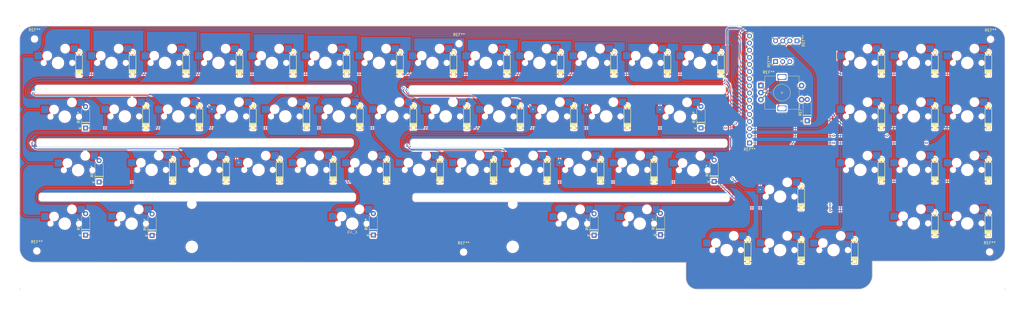
<source format=kicad_pcb>
(kicad_pcb (version 20221018) (generator pcbnew)
  (layers (0 "F.Cu" signal) (31 "B.Cu" signal) (34 "B.Paste" user) (35 "F.Paste" user) (36 "B.SilkS" user "B.Silkscreen") (37 "F.SilkS" user "F.Silkscreen") (38 "B.Mask" user) (39 "F.Mask" user) (44 "Edge.Cuts" user))
  (net 0 "")
  (footprint "MX_Alps_Hybrid-master:hotswap with diode" (layer "F.Cu") (at 436.9725 217.66)
    (fp_text reference "K_52")
    (fp_text value "KEYSW")
  )
  (footprint "MX_Alps_Hybrid-master:MXOnly-1.75U-Hotswap" (layer "F.Cu") (at 353.778 179.28)
    (fp_text reference "K_27")
    (fp_text value "KEYSW")
  )
  (footprint "MX_Alps_Hybrid-master:hotswap with diode" (layer "F.Cu") (at 456.0225 217.66)
    (fp_text reference "K_53")
    (fp_text value "KEYSW")
  )
  (footprint "MX_Alps_Hybrid-master:hotswap with diode" (layer "F.Cu") (at 341.7225 160.51)
    (fp_text reference "K_11")
    (fp_text value "KEYSW")
  )
  (footprint "MX_Alps_Hybrid-master:MXOnly-1.25U-Hotswap" (layer "F.Cu") (at 358.5405 198.33)
    (fp_text reference "K_42")
    (fp_text value "KEYSW")
  )
  (footprint "MX_Alps_Hybrid-master:hotswap with diode" (layer "F.Cu") (at 270.285 179.56)
    (fp_text reference "K_23")
    (fp_text value "KEYSW")
  )
  (footprint "MX_Alps_Hybrid-master:hotswap with diode" (layer "F.Cu") (at 327.435 179.56)
    (fp_text reference "K_26")
    (fp_text value "KEYSW")
  )
  (footprint "Rotary_Encoder:RotaryEncoder_Alps_EC11E-Switch_Vertical_H20mm" (layer "F.Cu") (at 382.62 168.21)
    (fp_text reference "REF**")
    (fp_text value "RotaryEncoder_Alps_EC11E-Switch_Vertical_H20mm")
  )
  (footprint "MX_Alps_Hybrid-master:hotswap with diode" (layer "F.Cu") (at 436.9725 179.56)
    (fp_text reference "K_29")
    (fp_text value "KEYSW")
  )
  (footprint "MX_Alps_Hybrid-master:hotswap with diode" (layer "F.Cu") (at 165.51 198.61)
    (fp_text reference "K_32")
    (fp_text value "KEYSW")
  )
  (footprint "Diode_THT:D_A-405_P7.62mm_Horizontal" (layer "F.Cu") (at 142.14 221.45 90)
    (fp_text reference "REF**")
    (fp_text value "D_A-405_P7.62mm_Horizontal")
  )
  (footprint "MX_Alps_Hybrid-master:hotswap with diode" (layer "F.Cu") (at 436.9725 160.51)
    (fp_text reference "K_14")
    (fp_text value "KEYSW")
  )
  (footprint "MX_Alps_Hybrid-master:hotswap with diode" (layer "F.Cu") (at 317.91 198.61)
    (fp_text reference "K_40")
    (fp_text value "KEYSW")
  )
  (footprint "MX_Alps_Hybrid-master:hotswap with diode" (layer "F.Cu") (at 417.9225 160.51)
    (fp_text reference "K_13")
    (fp_text value "KEYSW")
  )
  (footprint "MX_Alps_Hybrid-master:hotswap with diode" (layer "F.Cu") (at 241.71 198.61)
    (fp_text reference "K_36")
    (fp_text value "KEYSW")
  )
  (footprint "MX_Alps_Hybrid-master:hotswap with diode" (layer "F.Cu") (at 251.235 179.56)
    (fp_text reference "K_22")
    (fp_text value "KEYSW")
  )
  (footprint "MX_Alps_Hybrid-master:hotswap with diode" (layer "F.Cu") (at 456.0225 160.51)
    (fp_text reference "K_15")
    (fp_text value "KEYSW")
  )
  (footprint "MX_Alps_Hybrid-master:hotswap with diode" (layer "F.Cu") (at 322.6725 160.51)
    (fp_text reference "K_10")
    (fp_text value "KEYSW")
  )
  (footprint "MX_Alps_Hybrid-master:hotswap with diode" (layer "F.Cu") (at 184.56 198.61)
    (fp_text reference "K_33")
    (fp_text value "KEYSW")
  )
  (footprint "MX_Alps_Hybrid-master:hotswap with diode" (layer "F.Cu") (at 436.9725 198.61)
    (fp_text reference "K_44")
    (fp_text value "KEYSW")
  )
  (footprint "MX_Alps_Hybrid-master:hotswap with diode" (layer "F.Cu") (at 260.76 198.61)
    (fp_text reference "K_37")
    (fp_text value "KEYSW")
  )
  (footprint "MountingHole:MountingHole_2.2mm_M2" (layer "F.Cu") (at 276.742021 227.509994)
    (fp_text reference "REF**")
    (fp_text value "MountingHole_2.2mm_M2")
  )
  (footprint "MX_Alps_Hybrid-master:hotswap with diode" (layer "F.Cu") (at 208.3725 160.51)
    (fp_text reference "K_4")
    (fp_text value "KEYSW")
  )
  (footprint "MX_Alps_Hybrid-master:hotswap with diode" (layer "F.Cu") (at 336.96 198.61)
    (fp_text reference "K_41")
    (fp_text value "KEYSW")
  )
  (footprint "Diode_THT:D_A-405_P7.62mm_Horizontal" (layer "F.Cu") (at 142.12 183.32 90)
    (fp_text reference "REF**")
    (fp_text value "D_A-405_P7.62mm_Horizontal")
  )
  (footprint "MX_Alps_Hybrid-master:MXOnly-1.25U-Hotswap" (layer "F.Cu") (at 339.4905 217.38)
    (fp_text reference "K_51")
    (fp_text value "KEYSW")
  )
  (footprint "MX_Only:MXOnly-7U-Hotswap" (layer "F.Cu") (at 237.09675 217.38)
    (fp_text reference "K_49")
    (fp_text value "KEYSW")
  )
  (footprint "MX_Alps_Hybrid-master:hotswap with diode" (layer "F.Cu") (at 303.6225 160.51)
    (fp_text reference "K_9")
    (fp_text value "KEYSW")
  )
  (footprint "Connector_PinHeader_2.54mm:PinHeader_1x16_P2.54mm_Vertical" (layer "F.Cu") (at 378.59 188.64 180)
    (fp_text reference "REF**")
    (fp_text value "PinHeader_1x16_P2.54mm_Vertical")
  )
  (footprint "MX_Alps_Hybrid-master:MXOnly-1.25U-Hotswap" (layer "F.Cu") (at 134.703 179.28)
    (fp_text reference "K_16")
    (fp_text value "KEYSW")
  )
  (footprint "MX_Alps_Hybrid-master:hotswap with diode" (layer "F.Cu") (at 298.86 198.61)
    (fp_text reference "K_39")
    (fp_text value "KEYSW")
  )
  (footprint "Diode_THT:D_A-405_P7.62mm_Horizontal" (layer "F.Cu") (at 323.23 221.5 90)
    (fp_text reference "REF**")
    (fp_text value "D_A-405_P7.62mm_Horizontal")
  )
  (footprint "MX_Alps_Hybrid-master:hotswap with diode" (layer "F.Cu") (at 389.3475 227.185)
    (fp_text reference "K_55")
    (fp_text value "KEYSW")
  )
  (footprint "MX_Alps_Hybrid-master:hotswap with diode" (layer "F.Cu") (at 232.185 179.56)
    (fp_text reference "K_21")
    (fp_text value "KEYSW")
  )
  (footprint "MX_Alps_Hybrid-master:hotswap with diode" (layer "F.Cu") (at 227.4225 160.51)
    (fp_text reference "K_5")
    (fp_text value "KEYSW")
  )
  (footprint "MX_Alps_Hybrid-master:hotswap with diode" (layer "F.Cu") (at 408.3975 227.185)
    (fp_text reference "K_56")
    (fp_text value "KEYSW")
  )
  (footprint "MX_Alps_Hybrid-master:hotswap with diode" (layer "F.Cu") (at 132.1725 160.51)
    (fp_text reference "K_0")
    (fp_text value "KEYSW")
  )
  (footprint "Connector_PinHeader_2.54mm:PinHeader_1x04_P2.54mm_Vertical" (layer "F.Cu") (at 395.49 152.28 -90)
    (fp_text reference "REF**")
    (fp_text value "PinHeader_1x04_P2.54mm_Vertical")
  )
  (footprint "MX_Alps_Hybrid-master:hotswap with diode" (layer "F.Cu") (at 155.985 179.56)
    (fp_text reference "K_17")
    (fp_text value "KEYSW")
  )
  (footprint "MX_Alps_Hybrid-master:hotswap with diode" (layer "F.Cu") (at 289.335 179.56)
    (fp_text reference "K_24")
    (fp_text value "KEYSW")
  )
  (footprint "MX_Alps_Hybrid-master:hotswap with diode" (layer "F.Cu") (at 456.0225 179.56)
    (fp_text reference "K_30")
    (fp_text value "KEYSW")
  )
  (footprint "Diode_THT:D_A-405_P7.62mm_Horizontal" (layer "F.Cu") (at 346.85 221.34 90)
    (fp_text reference "REF**")
    (fp_text value "D_A-405_P7.62mm_Horizontal")
  )
  (footprint "MX_Alps_Hybrid-master:hotswap with diode" (layer "F.Cu") (at 279.81 198.61)
    (fp_text reference "K_38")
    (fp_text value "KEYSW")
  )
  (footprint "Diode_THT:D_A-405_P7.62mm_Horizontal" (layer "F.Cu") (at 399.12 180.76 90)
    (fp_text reference "REF**")
    (fp_text value "D_A-405_P7.62mm_Horizontal")
  )
  (footprint "Diode_THT:D_A-405_P7.62mm_Horizontal" (layer "F.Cu") (at 146.93 202.55 90)
    (fp_text reference "REF**")
    (fp_text value "D_A-405_P7.62mm_Horizontal")
  )
  (footprint "MX_Alps_Hybrid-master:hotswap with diode" (layer "F.Cu") (at 175.035 179.56)
    (fp_text reference "K_18")
    (fp_text value "KEYSW")
  )
  (footprint "MX_Alps_Hybrid-master:hotswap with diode" (layer "F.Cu") (at 213.135 179.56)
    (fp_text reference "K_20")
    (fp_text value "KEYSW")
  )
  (footprint "MX_Alps_Hybrid-master:hotswap with diode" (layer "F.Cu") (at 151.2225 160.51)
    (fp_text reference "K_1")
    (fp_text value "KEYSW")
  )
  (footprint "MX_Alps_Hybrid-master:hotswap with diode" (layer "F.Cu") (at 308.385 179.56)
    (fp_text reference "K_25")
    (fp_text value "KEYSW")
  )
  (footprint "MX_Alps_Hybrid-master:hotswap with diode" (layer "F.Cu") (at 417.9225 179.56)
    (fp_text reference "K_28")
    (fp_text value "KEYSW")
  )
  (footprint "MX_Alps_Hybrid-master:hotswap with diode" (layer "F.Cu") (at 189.3225 160.51)
    (fp_text reference "K_3")
    (fp_text value "KEYSW")
  )
  (footprint "MX_Alps_Hybrid-master:hotswap with diode" (layer "F.Cu") (at 360.7725 160.51)
    (fp_text reference "K_12")
    (fp_text value "KEYSW")
  )
  (footprint "MX_Alps_Hybrid-master:MXOnly-1.25U-Hotswap" (layer "F.Cu") (at 134.703 217.38)
    (fp_text reference "K_47")
    (fp_text value "KEYSW")
  )
  (footprint "MountingHole:MountingHole_2.2mm_M2" (layer "F.Cu") (at 464.422021 151.709994)
    (fp_text reference "REF**")
    (fp_text value "MountingHole_2.2mm_M2")
  )
  (footprint "MountingHole:MountingHole_2.2mm_M2" (layer "F.Cu") (at 275.11 153.3)
    (fp_text reference "REF**")
    (fp_text value "MountingHole_2.2mm_M2")
  )
  (footprint "Diode_THT:D_A-405_P7.62mm_Horizontal" (layer "F.Cu") (at 361.29 183.3 90)
    (fp_text reference "REF**")
    (fp_text value "D_A-405_P7.62mm_Horizontal")
  )
  (footprint "MountingHole:MountingHole_2.2mm_M2" (layer "F.Cu") (at 123.942021 151.619994)
    (fp_text reference "REF**")
    (fp_text value "MountingHole_2.2mm_M2")
  )
  (footprint "MX_Alps_Hybrid-master:hotswap with diode" (layer "F.Cu") (at 417.9225 198.61)
    (fp_text reference "K_43")
    (fp_text value "KEYSW")
  )
  (footprint "MX_Alps_Hybrid-master:hotswap with diode" (layer "F.Cu") (at 456.0225 198.61)
    (fp_text reference "K_45")
    (fp_text value "KEYSW")
  )
  (footprint "MX_Alps_Hybrid-master:hotswap with diode" (layer "F.Cu") (at 203.61 198.61)
    (fp_text reference "K_34")
    (fp_text value "KEYSW")
  )
  (footprint "MX_Alps_Hybrid-master:MXOnly-1.25U-Hotswap" (layer "F.Cu") (at 315.678 217.38)
    (fp_text reference "K_50")
    (fp_text value "KEYSW")
  )
  (footprint "MX_Alps_Hybrid-master:hotswap with diode" (layer "F.Cu") (at 194.085 179.56)
    (fp_text reference "K_19")
    (fp_text value "KEYSW")
  )
  (footprint "Connector_PinHeader_2.54mm:PinHeader_1x03_P2.54mm_Vertical" (layer "F.Cu") (at 387.86 159.66 90)
    (fp_text reference "REF**")
    (fp_text value "PinHeader_1x03_P2.54mm_Vertical")
  )
  (footprint "Diode_THT:D_A-405_P7.62mm_Horizontal" (layer "F.Cu") (at 165.8 221.57 90)
    (fp_text reference "REF**")
    (fp_text value "D_A-405_P7.62mm_Horizontal")
  )
  (footprint "MX_Alps_Hybrid-master:hotswap with diode" (layer "F.Cu") (at 370.2975 227.185)
    (fp_text reference "K_54")
    (fp_text value "KEYSW")
  )
  (footprint "MX_Alps_Hybrid-master:hotswap with diode" (layer "F.Cu") (at 222.66 198.61)
    (fp_text reference "K_35")
    (fp_text value "KEYSW")
  )
  (footprint "Diode_THT:D_A-405_P7.62mm_Horizontal" (layer "F.Cu") (at 365.98 202.35 90)
    (fp_text reference "REF**")
    (fp_text value "D_A-405_P7.62mm_Horizontal")
  )
  (footprint "MX_Alps_Hybrid-master:MXOnly-1.25U-Hotswap" (layer "F.Cu") (at 158.5155 217.38)
    (fp_text reference "K_48")
    (fp_text value "KEYSW")
  )
  (footprint "MX_Alps_Hybrid-master:hotswap with diode" (layer "F.Cu") (at 265.5225 160.51)
    (fp_text reference "K_7")
    (fp_text value "KEYSW")
  )
  (footprint "MountingHole:MountingHole_2.2mm_M2" (layer "F.Cu") (at 464.092021 227.459994)
    (fp_text reference "REF**")
    (fp_text value "MountingHole_2.2mm_M2")
  )
  (footprint "MX_Alps_Hybrid-master:hotswap with diode" (layer "F.Cu") (at 389.3475 208.135)
    (fp_text reference "K_46")
    (fp_text value "KEYSW")
  )
  (footprint "MX_Alps_Hybrid-master:MXOnly-1.75U-Hotswap" (layer "F.Cu") (at 139.4655 198.33)
    (fp_text reference "K_31")
    (fp_text value "KEYSW")
  )
  (footprint "MX_Alps_Hybrid-master:hotswap with diode" (layer "F.Cu") (at 246.4725 160.51)
    (fp_text reference "K_6")
    (fp_text value "KEYSW")
  )
  (footprint "MountingHole:MountingHole_2.2mm_M2" (layer "F.Cu") (at 124.752021 227.099994)
    (fp_text reference "REF**")
    (fp_text value "MountingHole_2.2mm_M2")
  )
  (footprint "MX_Alps_Hybrid-master:hotswap with diode" (layer "F.Cu") (at 170.2725 160.51)
    (fp_text reference "K_2")
    (fp_text value "KEYSW")
  )
  (footprint "MX_Alps_Hybrid-master:hotswap with diode" (layer "F.Cu") (at 284.5725 160.51)
    (fp_text reference "K_8")
    (fp_text value "KEYSW")
  )
  (footprint "Diode_THT:D_A-405_P7.62mm_Horizontal" (layer "F.Cu") (at 244.61 221.43 90)
    (fp_text reference "REF**")
    (fp_text value "D_A-405_P7.62mm_Horizontal")
  )
  (gr_line (start 123.647323 231.122527) (end 350.942529 231.237473) (stroke (width 0.2)) (layer "Edge.Cuts"))
  (gr_arc (start 258.21 171.21) (mid 257.502893 170.917107) (end 257.21 170.21) (stroke (width 0.2)) (layer "Edge.Cuts"))
  (gr_line (start 259.55 206.58) (end 370.5 206.58) (stroke (width 0.2)) (layer "Edge.Cuts"))
  (gr_line (start 236.04 171.04) (end 125.09 171.04) (stroke (width 0.2)) (layer "Edge.Cuts"))
  (gr_arc (start 370.69 189.27) (mid 370.397107 189.977107) (end 369.69 190.27) (stroke (width 0.2)) (layer "Edge.Cuts"))
  (gr_line (start 118.649852 226.122677) (end 118.647649 151.985149) (stroke (width 0.2)) (layer "Edge.Cuts"))
  (gr_line (start 369.69 190.27) (end 258.74 190.27) (stroke (width 0.2)) (layer "Edge.Cuts"))
  (gr_arc (start 370.5 206.58) (mid 371.207107 206.872893) (end 371.5 207.58) (stroke (width 0.2)) (layer "Edge.Cuts"))
  (gr_line (start 236.57 190.1) (end 125.62 190.1) (stroke (width 0.2)) (layer "Edge.Cuts"))
  (gr_line (start 257.74 189.27) (end 257.74 188.23) (stroke (width 0.2)) (layer "Edge.Cuts"))
  (gr_arc (start 237.57 189.1) (mid 237.277107 189.807107) (end 236.57 190.1) (stroke (width 0.2)) (layer "Edge.Cuts"))
  (gr_line (start 370.69 188.23) (end 370.69 189.27) (stroke (width 0.2)) (layer "Edge.Cuts"))
  (gr_line (start 355.94 236.237472) (end 355.94 236.72759) (stroke (width 0.2)) (layer "Edge.Cuts"))
  (gr_arc (start 236.04 168) (mid 236.747107 168.292893) (end 237.04 169) (stroke (width 0.2)) (layer "Edge.Cuts"))
  (gr_line (start 258.55 208.62) (end 258.55 207.58) (stroke (width 0.2)) (layer "Edge.Cuts"))
  (gr_arc (start 118.6475 146.985) (mid 118.6475 146.985) (end 118.6475 146.985) (stroke (width 0.2)) (layer "Edge.Cuts"))
  (gr_line (start 422.34 230.74) (end 464.561372 230.722117) (stroke (width 0.2)) (layer "Edge.Cuts"))
  (gr_arc (start 464.548246 146.985) (mid 468.083486 148.449219) (end 469.548246 151.984254) (stroke (width 0.2)) (layer "Edge.Cuts"))
  (gr_line (start 237.04 169) (end 237.04 170.04) (stroke (width 0.2)) (layer "Edge.Cuts"))
  (gr_arc (start 258.74 190.27) (mid 258.032893 189.977107) (end 257.74 189.27) (stroke (width 0.2)) (layer "Edge.Cuts"))
  (gr_line (start 125.09 168) (end 236.04 168) (stroke (width 0.2)) (layer "Edge.Cuts"))
  (gr_arc (start 124.62 188.06) (mid 124.912893 187.352893) (end 125.62 187.06) (stroke (width 0.2)) (layer "Edge.Cuts"))
  (gr_line (start 238.38 207.41) (end 238.38 208.45) (stroke (width 0.2)) (layer "Edge.Cuts"))
  (gr_arc (start 371.5 208.62) (mid 371.207107 209.327107) (end 370.5 209.62) (stroke (width 0.2)) (layer "Edge.Cuts"))
  (gr_arc (start 257.74 188.23) (mid 258.032893 187.522893) (end 258.74 187.23) (stroke (width 0.2)) (layer "Edge.Cuts"))
  (gr_line (start 469.559254 225.721372) (end 469.548246 151.984254) (stroke (width 0.2)) (layer "Edge.Cuts"))
  (gr_line (start 355.94 236.237472) (end 355.94 231.24) (stroke (width 0.2)) (layer "Edge.Cuts"))
  (gr_line (start 258.74 187.23) (end 369.69 187.23) (stroke (width 0.2)) (layer "Edge.Cuts"))
  (gr_arc (start 369.16 168.17) (mid 369.867107 168.462893) (end 370.16 169.17) (stroke (width 0.2)) (layer "Edge.Cuts"))
  (gr_arc (start 259.55 209.62) (mid 258.842893 209.327107) (end 258.55 208.62) (stroke (width 0.2)) (layer "Edge.Cuts"))
  (gr_arc (start 258.55 207.58) (mid 258.842893 206.872893) (end 259.55 206.58) (stroke (width 0.2)) (layer "Edge.Cuts"))
  (gr_line (start 237.57 188.06) (end 237.57 189.1) (stroke (width 0.2)) (layer "Edge.Cuts"))
  (gr_line (start 350.942529 231.237473) (end 355.94 231.24) (stroke (width 0.2)) (layer "Edge.Cuts"))
  (gr_arc (start 237.38 206.41) (mid 238.087107 206.702893) (end 238.38 207.41) (stroke (width 0.2)) (layer "Edge.Cuts"))
  (gr_line (start 124.09 170.04) (end 124.09 169) (stroke (width 0.2)) (layer "Edge.Cuts"))
  (gr_arc (start 469.5475 146.985) (mid 469.5475 146.985) (end 469.5475 146.985) (stroke (width 0.2)) (layer "Edge.Cuts"))
  (gr_line (start 369.16 171.21) (end 258.21 171.21) (stroke (width 0.2)) (layer "Edge.Cuts"))
  (gr_arc (start 369.69 187.23) (mid 370.397107 187.522893) (end 370.69 188.23) (stroke (width 0.2)) (layer "Edge.Cuts"))
  (gr_arc (start 236.57 187.06) (mid 237.277107 187.352893) (end 237.57 188.06) (stroke (width 0.2)) (layer "Edge.Cuts"))
  (gr_arc (start 257.21 169.17) (mid 257.502893 168.462893) (end 258.21 168.17) (stroke (width 0.2)) (layer "Edge.Cuts"))
  (gr_arc (start 238.38 208.45) (mid 238.087107 209.157107) (end 237.38 209.45) (stroke (width 0.2)) (layer "Edge.Cuts"))
  (gr_arc (start 126.43 209.45) (mid 125.722893 209.157107) (end 125.43 208.45) (stroke (width 0.2)) (layer "Edge.Cuts"))
  (gr_line (start 359.94241 240.727589) (end 417.343012 240.69301) (stroke (width 0.2)) (layer "Edge.Cuts"))
  (gr_arc (start 125.43 207.41) (mid 125.722893 206.702893) (end 126.43 206.41) (stroke (width 0.2)) (layer "Edge.Cuts"))
  (gr_line (start 371.5 207.58) (end 371.5 208.62) (stroke (width 0.2)) (layer "Edge.Cuts"))
  (gr_line (start 370.5 209.62) (end 259.55 209.62) (stroke (width 0.2)) (layer "Edge.Cuts"))
  (gr_arc (start 469.5475 240.71) (mid 469.5475 240.71) (end 469.5475 240.71) (stroke (width 0.2)) (layer "Edge.Cuts"))
  (gr_arc (start 118.6475 240.71) (mid 118.6475 240.71) (end 118.6475 240.71) (stroke (width 0.2)) (layer "Edge.Cuts"))
  (gr_line (start 126.43 206.41) (end 237.38 206.41) (stroke (width 0.2)) (layer "Edge.Cuts"))
  (gr_line (start 237.38 209.45) (end 126.43 209.45) (stroke (width 0.2)) (layer "Edge.Cuts"))
  (gr_arc (start 118.647649 151.985149) (mid 120.112062 148.449519) (end 123.647649 146.985) (stroke (width 0.2)) (layer "Edge.Cuts"))
  (gr_line (start 125.62 187.06) (end 236.57 187.06) (stroke (width 0.2)) (layer "Edge.Cuts"))
  (gr_line (start 257.21 170.21) (end 257.21 169.17) (stroke (width 0.2)) (layer "Edge.Cuts"))
  (gr_line (start 370.16 169.17) (end 370.16 170.21) (stroke (width 0.2)) (layer "Edge.Cuts"))
  (gr_arc (start 359.94241 240.727589) (mid 357.112429 239.556868) (end 355.94 236.72759) (stroke (width 0.2)) (layer "Edge.Cuts"))
  (gr_arc (start 124.09 169) (mid 124.382893 168.292893) (end 125.09 168) (stroke (width 0.2)) (layer "Edge.Cuts"))
  (gr_line (start 123.647649 146.985) (end 464.548246 146.985) (stroke (width 0.2)) (layer "Edge.Cuts"))
  (gr_arc (start 469.559254 225.721372) (mid 468.0958 229.256639) (end 464.561372 230.722117) (stroke (width 0.2)) (layer "Edge.Cuts"))
  (gr_line (start 422.34 235.693011) (end 422.34 230.74) (stroke (width 0.2)) (layer "Edge.Cuts"))
  (gr_arc (start 237.04 170.04) (mid 236.747107 170.747107) (end 236.04 171.04) (stroke (width 0.2)) (layer "Edge.Cuts"))
  (gr_arc (start 422.34 235.693011) (mid 420.876599 239.22748) (end 417.343012 240.69301) (stroke (width 0.2)) (layer "Edge.Cuts"))
  (gr_arc (start 125.62 190.1) (mid 124.912893 189.807107) (end 124.62 189.1) (stroke (width 0.2)) (layer "Edge.Cuts"))
  (gr_line (start 124.62 189.1) (end 124.62 188.06) (stroke (width 0.2)) (layer "Edge.Cuts"))
  (gr_line (start 125.43 208.45) (end 125.43 207.41) (stroke (width 0.2)) (layer "Edge.Cuts"))
  (gr_arc (start 123.647323 231.122527) (mid 120.113498 229.657205) (end 118.649852 226.122677) (stroke (width 0.2)) (layer "Edge.Cuts"))
  (gr_arc (start 370.16 170.21) (mid 369.867107 170.917107) (end 369.16 171.21) (stroke (width 0.2)) (layer "Edge.Cuts"))
  (gr_arc (start 125.09 171.04) (mid 124.382893 170.747107) (end 124.09 170.04) (stroke (width 0.2)) (layer "Edge.Cuts"))
  (gr_line (start 258.21 168.17) (end 369.16 168.17) (stroke (width 0.2)) (layer "Edge.Cuts"))
  (segment (start 350.786036 221.34) (end 346.85 221.34) (width 0.25) (layer "F.Cu") (net 0))
  (segment (start 391.025 151.665) (end 389.57 153.12) (width 0.25) (layer "F.Cu") (net 0))
  (segment (start 389.395 150.755) (end 387.87 152.28) (width 0.25) (layer "F.Cu") (net 0))
  (segment (start 414.118125 212.76) (end 407.26 212.76) (width 0.25) (layer "F.Cu") (net 0))
  (segment (start 408.55109 188.63891) (end 408.55 188.64) (width 0.25) (layer "F.Cu") (net 0))
  (segment (start 386.554766 153.96) (end 387.54206 153.96) (width 0.2) (layer "F.Cu") (net 0))
  (segment (start 394.046137 150.15) (end 407.493015 150.15) (width 0.25) (layer "F.Cu") (net 0))
  (segment (start 371.91 171.19482) (end 371.91 174.472603) (width 0.25) (layer "F.Cu") (net 0))
  (segment (start 361.29 183.3) (end 142.154142 183.3) (width 0.2) (layer "F.Cu") (net 0))
  (segment (start 371.91 200.219167) (end 371.91 184.549432) (width 0.25) (layer "F.Cu") (net 0))
  (segment (start 425.5425 183.21) (end 463.6425 183.21) (width 0.25) (layer "F.Cu") (net 0))
  (segment (start 396.9675 211.785) (end 413.763536 211.785) (width 0.2) (layer "F.Cu") (net 0))
  (segment (start 381.026036 147.69) (end 371.524264 147.69) (width 0.25) (layer "F.Cu") (net 0))
  (segment (start 391.41875 151.27125) (end 391.30625 151.38375) (width 0.25) (layer "F.Cu") (net 0))
  (segment (start 195.91 191.589411) (end 195.91 194.435276) (width 0.25) (layer "F.Cu") (net 0))
  (segment (start 383.790261 163.729738) (end 387.86 159.66) (width 0.25) (layer "F.Cu") (net 0))
  (segment (start 294.656036 172.13) (end 258.354507 172.13) (width 0.25) (layer "F.Cu") (net 0))
  (segment (start 427.796463 221.31) (end 444.5925 221.31) (width 0.25) (layer "F.Cu") (net 0))
  (segment (start 371.36 169.85804) (end 371.36 169.7) (width 0.25) (layer "F.Cu") (net 0))
  (segment (start 408.553721 188.63782) (end 441.598216 188.63782) (width 0.25) (layer "F.Cu") (net 0))
  (segment (start 369.95 166.21) (end 370.93 167.19) (width 0.25) (layer "F.Cu") (net 0))
  (segment (start 257.36 190.41) (end 256.6 189.65) (width 0.25) (layer "F.Cu") (net 0))
  (segment (start 346.693 174.410894) (end 346.693 176.74) (width 0.25) (layer "F.Cu") (net 0))
  (segment (start 407.245 210.635) (end 407.25 210.64) (width 0.25) (layer "F.Cu") (net 0))
  (segment (start 320.47 175.067142) (end 320.47 176.64) (width 0.25) (layer "F.Cu") (net 0))
  (segment (start 382.183792 161.006207) (end 387.918751 155.271248) (width 0.25) (layer "F.Cu") (net 0))
  (segment (start 383.72 172.11) (end 382.62 173.21) (width 0.25) (layer "F.Cu") (net 0))
  (segment (start 385.65 153.055233) (end 385.65 152.255) (width 0.2) (layer "F.Cu") (net 0))
  (segment (start 396.551507 168.358492) (end 395.795 169.115) (width 0.2) (layer "F.Cu") (net 0))
  (segment (start 123.04 188.69) (end 123.04 189.06) (width 0.25) (layer "F.Cu") (net 0))
  (segment (start 384.29 165.944629) (end 384.29 167.859131) (width 0.25) (layer "F.Cu") (net 0))
  (segment (start 417.611292 210.191207) (end 425.5425 202.26) (width 0.2) (layer "F.Cu") (net 0))
  (segment (start 383.455 169.875) (end 382.62 170.71) (width 0.25) (layer "F.Cu") (net 0))
  (segment (start 396.9675 211.785) (end 378.768963 211.785) (width 0.2) (layer "F.Cu") (net 0))
  (segment (start 372.59 201.38) (end 372.25 201.04) (width 0.25) (layer "F.Cu") (net 0))
  (segment (start 364.788963 230.835) (end 377.9175 230.835) (width 0.25) (layer "F.Cu") (net 0))
  (segment (start 444.5925 221.31) (end 463.6425 221.31) (width 0.25) (layer "F.Cu") (net 0))
  (segment (start 369.947968 183.3) (end 369.825936 183.3) (width 0.2) (layer "F.Cu") (net 0))
  (segment (start 123.815 171.205) (end 123.49 170.88) (width 0.25) (layer "F.Cu") (net 0))
  (segment (start 368.3925 164.16) (end 369.646446 164.16) (width 0.25) (layer "F.Cu") (net 0))
  (segment (start 368.3925 164.16) (end 139.7925 164.16) (width 0.25) (layer "F.Cu") (net 0))
  (segment (start 425.5425 164.16) (end 411.778233 164.16) (width 0.25) (layer "F.Cu") (net 0))
  (segment (start 384.185 149.615) (end 384.819149 150.249149) (width 0.2) (layer "F.Cu") (net 0))
  (segment (start 383.976292 198.923707) (end 393.296207 189.603792) (width 0.2) (layer "F.Cu") (net 0))
  (segment (start 369.44804 171.77) (end 349.333894 171.77) (width 0.25) (layer "F.Cu") (net 0))
  (segment (start 388.948959 161.95) (end 388.09 161.95) (width 0.25) (layer "F.Cu") (net 0))
  (segment (start 382.3825 205.215) (end 382.3825 202.771463) (width 0.2) (layer "F.Cu") (net 0))
  (segment (start 259.194802 191.17) (end 308.597728 191.17) (width 0.25) (layer "F.Cu") (net 0))
  (segment (start 195.090588 190.77) (end 125.327523 190.77) (width 0.25) (layer "F.Cu") (net 0))
  (segment (start 371.91 169.555929) (end 371.91 171.19482) (width 0.25) (layer "F.Cu") (net 0))
  (segment (start 384.873792 149.283792) (end 387.87 152.28) (width 0.25) (layer "F.Cu") (net 0))
  (segment (start 408.21 150.866984) (end 408.21 176.436036) (width 0.25) (layer "F.Cu") (net 0))
  (segment (start 317.072857 171.67) (end 258.261959 171.67) (width 0.25) (layer "F.Cu") (net 0))
  (segment (start 123.301629 189.691629) (end 123.71 190.1) (width 0.25) (layer "F.Cu") (net 0))
  (segment (start 416.0175 230.835) (end 377.9175 230.835) (width 0.25) (layer "F.Cu") (net 0))
  (segment (start 369.982012 183.3) (end 369.947968 183.3) (width 0.2) (layer "F.Cu") (net 0))
  (segment (start 384.82 165.738147) (end 384.82 169.454365) (width 0.25) (layer "F.Cu") (net 0))
  (segment (start 180.228 171.5395) (end 178.443217 171.5395) (width 0.25) (layer "F.Cu") (net 0))
  (segment (start 370.688248 168.078248) (end 369.98 167.37) (width 0.25) (layer "F.Cu") (net 0))
  (segment (start 370.062928 183.3) (end 370.035956 183.3) (width 0.2) (layer "F.Cu") (net 0))
  (segment (start 255.767193 170.787193) (end 256.23 171.25) (width 0.25) (layer "F.Cu") (net 0))
  (segment (start 256.35 169.95) (end 256.35 170.25) (width 0.25) (layer "F.Cu") (net 0))
  (segment (start 407.24 210.622928) (end 407.24 153.048198) (width 0.25) (layer "F.Cu") (net 0))
  (segment (start 393.076675 149.23) (end 408.159167 149.23) (width 0.25) (layer "F.Cu") (net 0))
  (segment (start 414.983963 183.21) (end 425.5425 183.21) (width 0.25) (layer "F.Cu") (net 0))
  (segment (start 370.5 163.306446) (end 370.5 148.714264) (width 0.25) (layer "F.Cu") (net 0))
  (segment (start 423.948707 222.903792) (end 418.933125 227.919375) (width 0.25) (layer "F.Cu") (net 0))
  (segment (start 371.91 175.176856) (end 371.91 179.863144) (width 0.25) (layer "F.Cu") (net 0))
  (segment (start 406.471801 152.28) (end 395.49 152.28) (width 0.25) (layer "F.Cu") (net 0))
  (segment (start 255.35 169.19) (end 255.35 169.78) (width 0.25) (layer "F.Cu") (net 0))
  (segment (start 375.783792 200.756207) (end 378.996207 197.543792) (width 0.2) (layer "F.Cu") (net 0))
  (segment (start 391.41875 151.27125) (end 391.475 151.215) (width 0.25) (layer "F.Cu") (net 0))
  (segment (start 371.91 174.472603) (end 371.91 175.176856) (width 0.25) (layer "F.Cu") (net 0))
  (segment (start 354.633792 222.933792) (end 360.941207 229.241207) (width 0.25) (layer "F.Cu") (net 0))
  (segment (start 427.56 186.06) (end 408.51 186.06) (width 0.25) (layer "F.Cu") (net 0))
  (segment (start 298.503792 173.723792) (end 301.42 176.64) (width 0.25) (layer "F.Cu") (net 0))
  (segment (start 425.5425 202.26) (end 463.6425 202.26) (width 0.25) (layer "F.Cu") (net 0))
  (segment (start 416.989375 229.863125) (end 418.933125 227.919375) (width 0.25) (layer "F.Cu") (net 0))
  (segment (start 391.30625 151.38375) (end 391.25 151.44) (width 0.25) (layer "F.Cu") (net 0))
  (segment (start 369.825936 183.3) (end 361.29 183.3) (width 0.2) (layer "F.Cu") (net 0))
  (segment (start 374.921207 210.191207) (end 367.468908 202.738908) (width 0.2) (layer "F.Cu") (net 0))
  (segment (start 178.420282 171.53) (end 124.599619 171.53) (width 0.25) (layer "F.Cu") (net 0))
  (segment (start 256.562132 170.762132) (end 256.91 171.11) (width 0.25) (layer "F.Cu") (net 0))
  (segment (start 370.075 183.295) (end 370.08 183.29) (width 0.2) (layer "F.Cu") (net 0))
  (segment (start 142.327781 221.34) (end 346.85 221.34) (width 0.2) (layer "F.Cu") (net 0))
  (segment (start 366.121421 202.35) (end 366.53 202.35) (width 0.2) (layer "F.Cu") (net 0))
  (segment (start 385.459999 163.119999) (end 385.597624 162.982375) (width 0.25) (layer "F.Cu") (net 0))
  (segment (start 196.645 195.69) (end 196.2775 195.3225) (width 0.25) (layer "F.Cu") (net 0))
  (segment (start 391.25 151.44) (end 391.025 151.665) (width 0.25) (layer "F.Cu") (net 0))
  (segment (start 394.89 185.756036) (end 394.89 171.299863) (width 0.2) (layer "F.Cu") (net 0))
  (segment (start 371.91 179.863144) (end 371.91 184.549432) (width 0.25) (layer "F.Cu") (net 0))
  (segment (start 409.32 150.390832) (end 409.32 161.701766) (width 0.25) (layer "F.Cu") (net 0))
  (segment (start 391.401248 153.828751) (end 392.95 152.28) (width 0.25) (layer "F.Cu") (net 0))
  (segment (start 310.945 193.517271) (end 310.945 195.69) (width 0.25) (layer "F.Cu") (net 0))
  (segment (start 365.638578 202.55) (end 146.93 202.55) (width 0.2) (layer "F.Cu") (net 0))
  (segment (start 417.96125 227.516811) (end 417.96125 216.603124) (width 0.25) (layer "F.Cu") (net 0))
  (segment (start 142.13 183.31) (end 142.12 183.32) (width 0.2) (layer "F.Cu") (net 0))
  (segment (start 380.648177 148.15) (end 377.239998 148.15) (width 0.2) (layer "F.Cu") (net 0))
  (segment (start 391.204403 161.395596) (end 392.94 159.66) (width 0.25) (layer "F.Cu") (net 0))
  (segment (start 187.12 176.64) (end 183.286281 172.806281) (width 0.25) (layer "F.Cu") (net 0))
  (segment (start 375.24 150.149998) (end 375.24 178.007968) (width 0.2) (layer "F.Cu") (net 0))
  (segment (start 416.989375 229.863125) (end 416.0175 230.835) (width 0.25) (layer "F.Cu") (net 0))
  (segment (start 380.59 164.853963) (end 380.59 193.696036) (width 0.25) (layer "F.Cu") (net 0))
  (segment (start 371.936036 202.35) (end 366.121421 202.35) (width 0.2) (layer "F.Cu") (net 0))
  (segment (start 411.136207 181.616207) (end 409.803792 180.283792) (width 0.25) (layer "F.Cu") (net 0))
  (segment (start 425.5425 164.16) (end 463.6425 164.16) (width 0.25) (layer "F.Cu") (net 0))
  (segment (start 396.91 168.21) (end 397.12 168.21) (width 0.2) (layer "F.Cu") (net 0))
  (segment (start 370.035956 183.3) (end 369.982012 183.3) (width 0.2) (layer "F.Cu") (net 0))
  (segment (start 382.62 166.555) (end 382.62 168.21) (width 0.25) (layer "F.Cu") (net 0))
  (segment (start 390.4 160.498959) (end 390.4 159.66) (width 0.25) (layer "F.Cu") (net 0))
  (segment (start 387.978147 162.58) (end 388.345 162.58) (width 0.25) (layer "F.Cu") (net 0))
  (segment (start 142.195 221.395) (end 142.14 221.45) (width 0.2) (layer "F.Cu") (net 0))
  (via (at 441.598216 188.63782) (size 0.8) (drill 0.4) (layers "F.Cu" "B.Cu") (net 0))
  (via (at 123.04 188.69) (size 0.8) (drill 0.4) (layers "F.Cu" "B.Cu") (net 0))
  (via (at 123.49 170.88) (size 0.8) (drill 0.4) (layers "F.Cu" "B.Cu") (net 0))
  (via (at 187.12 176.64) (size 0.8) (drill 0.4) (layers "F.Cu" "B.Cu") (net 0))
  (via (at 256.35 169.95) (size 0.8) (drill 0.4) (layers "F.Cu" "B.Cu") (net 0))
  (via (at 346.693 176.74) (size 0.8) (drill 0.4) (layers "F.Cu" "B.Cu") (net 0))
  (via (at 372.59 201.38) (size 0.8) (drill 0.4) (layers "F.Cu" "B.Cu") (net 0))
  (via (at 369.98 167.37) (size 0.8) (drill 0.4) (layers "F.Cu" "B.Cu") (net 0))
  (via (at 407.26 212.76) (size 0.8) (drill 0.4) (layers "F.Cu" "B.Cu") (net 0))
  (via (at 373.69 181.75) (size 0.8) (drill 0.4) (layers "F.Cu" "B.Cu") (net 0))
  (via (at 408.55 188.64) (size 0.8) (drill 0.4) (layers "F.Cu" "B.Cu") (net 0))
  (via (at 255.35 169.19) (size 0.8) (drill 0.4) (layers "F.Cu" "B.Cu") (net 0))
  (via (at 369.95 166.21) (size 0.8) (drill 0.4) (layers "F.Cu" "B.Cu") (net 0))
  (via (at 382.3825 205.215) (size 0.8) (drill 0.4) (layers "F.Cu" "B.Cu") (net 0))
  (via (at 256.6 189.65) (size 0.8) (drill 0.4) (layers "F.Cu" "B.Cu") (net 0))
  (via (at 370.08 183.29) (size 0.8) (drill 0.4) (layers "F.Cu" "B.Cu") (net 0))
  (via (at 407.25 210.64) (size 0.8) (drill 0.4) (layers "F.Cu" "B.Cu") (net 0))
  (via (at 301.42 176.64) (size 0.8) (drill 0.4) (layers "F.Cu" "B.Cu") (net 0))
  (via (at 196.645 195.69) (size 0.8) (drill 0.4) (layers "F.Cu" "B.Cu") (net 0))
  (via (at 408.51 186.06) (size 0.8) (drill 0.4) (layers "F.Cu" "B.Cu") (net 0))
  (via (at 320.47 176.64) (size 0.8) (drill 0.4) (layers "F.Cu" "B.Cu") (net 0))
  (via (at 427.56 186.06) (size 0.8) (drill 0.4) (layers "F.Cu" "B.Cu") (net 0))
  (via (at 310.945 195.69) (size 0.8) (drill 0.4) (layers "F.Cu" "B.Cu") (net 0))
  (arc (start 371.36 169.85804) (mid 371.21446 170.589715) (end 370.8 171.21) (width 0.25) (layer "F.Cu") (net 0))
  (arc (start 387.978147 162.58) (mid 386.769576 162.820399) (end 385.745 163.505) (width 0.25) (layer "F.Cu") (net 0))
  (arc (start 180.228 171.5395) (mid 181.883129 171.868725) (end 183.286281 172.806281) (width 0.25) (layer "F.Cu") (net 0))
  (arc (start 370.688248 168.078248) (mid 371.185417 168.822314) (end 371.36 169.7) (width 0.25) (layer "F.Cu") (net 0))
  (arc (start 258.261959 171.67) (mid 257.530284 171.52446) (end 256.91 171.11) (width 0.25) (layer "F.Cu") (net 0))
  (arc (start 258.354507 172.13) (mid 257.204732 171.901295) (end 256.23 171.25) (width 0.25) (layer "F.Cu") (net 0))
  (arc (start 384.29 165.944629) (mid 384.594072 164.41595) (end 385.459999 163.119999) (width 0.25) (layer "F.Cu") (net 0))
  (arc (start 414.118125 212.76) (mid 415.588825 213.05254) (end 416.835625 213.885625) (width 0.25) (layer "F.Cu") (net 0))
  (arc (start 384.185 149.615) (mid 382.562291 148.530741) (end 380.648177 148.15) (width 0.2) (layer "F.Cu") (net 0))
  (arc (start 385.915 153.695) (mid 386.208527 153.891128) (end 386.554766 153.96) (width 0.2) (layer "F.Cu") (net 0))
  (arc (start 196.2775 195.3225) (mid 196.00551 194.915438) (end 195.91 194.435276) (width 0.25) (layer "F.Cu") (net 0))
  (arc (start 380.59 164.853963) (mid 381.004213 162.771572) (end 382.183792 161.006207) (width 0.25) (layer "F.Cu") (net 0))
  (arc (start 383.976292 198.923707) (mid 382.796713 200.689072) (end 382.3825 202.771463) (width 0.2) (layer "F.Cu") (net 0))
  (arc (start 409.32 161.701766) (mid 409.507121 162.642491) (end 410.04 163.44) (width 0.25) (layer "F.Cu") (net 0))
  (arc (start 390.4 160.498959) (mid 390.289546 161.054248) (end 389.975 161.525) (width 0.25) (layer "F.Cu") (net 0))
  (arc (start 317.072857 171.67) (mid 318.372887 171.928592) (end 319.475 172.665) (width 0.25) (layer "F.Cu") (net 0))
  (arc (start 366.121421 202.35) (mid 365.990764 202.375989) (end 365.88 202.45) (width 0.2) (layer "F.Cu") (net 0))
  (arc (start 310.2575 191.8575) (mid 310.766324 192.619009) (end 310.945 193.517271) (width 0.25) (layer "F.Cu") (net 0))
  (arc (start 394.89 171.299863) (mid 395.125201 170.117423) (end 395.795 169.115) (width 0.2) (layer "F.Cu") (net 0))
  (arc (start 125.327523 190.77) (mid 124.452125 190.595872) (end 123.71 190.1) (width 0.25) (layer "F.Cu") (net 0))
  (arc (start 255.767193 170.787193) (mid 255.458424 170.325088) (end 255.35 169.78) (width 0.25) (layer "F.Cu") (net 0))
  (arc (start 423.948707 222.903792) (mid 425.714072 221.724213) (end 427.796463 221.31) (width 0.25) (layer "F.Cu") (net 0))
  (arc (start 388.09 161.95) (mid 386.741135 162.218305) (end 385.597624 162.982375) (width 0.25) (layer "F.Cu") (net 0))
  (arc (start 417.611292 210.191207) (mid 415.845926 211.370786) (end 413.763536 211.785) (width 0.2) (layer "F.Cu") (net 0))
  (arc (start 369.44804 171.77) (mid 370.179715 171.62446) (end 370.8 171.21) (width 0.25) (layer "F.Cu") (net 0))
  (arc (start 320.47 175.067142) (mid 320.211407 173.767112) (end 319.475 172.665) (width 0.25) (layer "F.Cu") (net 0))
  (arc (start 407.24 210.622928) (mid 407.241299 210.629461) (end 407.245 210.635) (width 0.25) (layer "F.Cu") (net 0))
  (arc (start 408.553721 188.63782) (mid 408.552297 188.638103) (end 408.55109 188.63891) (width 0.25) (layer "F.Cu") (net 0))
  (arc (start 369.646446 164.16) (mid 369.973087 164.095027) (end 370.25 163.91) (width 0.25) (layer "F.Cu") (net 0))
  (arc (start 373.69 181.75) (mid 374.837168 180.033141) (end 375.24 178.007968) (width 0.2) (layer "F.Cu") (net 0))
  (arc (start 418.933125 227.919375) (mid 418.312695 228.042786) (end 417.96125 227.516811) (width 0.25) (layer "F.Cu") (net 0))
  (arc (start 142.13 183.31) (mid 142.141076 183.302598) (end 142.154142 183.3) (width 0.2) (layer "F.Cu") (net 0))
  (arc (start 406.471801 152.28) (mid 406.765778 152.338475) (end 407.015 152.505) (width 0.25) (layer "F.Cu") (net 0))
  (arc (start 378.768963 211.785) (mid 376.686572 211.370786) (end 374.921207 210.191207) (width 0.2) (layer "F.Cu") (net 0))
  (arc (start 408 150.36) (mid 407.767393 150.204577) (end 407.493015 150.15) (width 0.25) (layer "F.Cu") (net 0))
  (arc (start 370.8 147.99) (mid 370.577967 148.322295) (end 370.5 148.714264) (width 0.25) (layer "F.Cu") (net 0))
  (arc (start 408.98 149.57) (mid 409.231636 149.946601) (end 409.32 150.390832) (width 0.25) (layer "F.Cu") (net 0))
  (arc (start 391.401248 153.828751) (mid 390.602356 154.362553) (end 389.66 154.55) (width 0.25) (layer "F.Cu") (net 0))
  (arc (start 385.915 153.695) (mid 385.718871 153.401472) (end 385.65 153.055233) (width 0.2) (layer "F.Cu") (net 0))
  (arc (start 407.24 153.048198) (mid 407.181524 152.754221) (end 407.015 152.505) (width 0.25) (layer "F.Cu") (net 0))
  (arc (start 417.96125 216.603124) (mid 417.668709 215.132424) (end 416.835625 213.885625) (width 0.25) (layer "F.Cu") (net 0))
  (arc (start 366.121421 202.35) (mid 366.121421 202.35) (end 366.121421 202.35) (width 0.2) (layer "F.Cu") (net 0))
  (arc (start 411.778233 164.16) (mid 410.837508 163.972878) (end 410.04 163.44) (width 0.25) (layer "F.Cu") (net 0))
  (arc (start 382.62 166.555) (mid 382.92414 165.025979) (end 383.790261 163.729738) (width 0.25) (layer "F.Cu") (net 0))
  (arc (start 408.98 149.57) (mid 408.603398 149.318363) (end 408.159167 149.23) (width 0.25) (layer "F.Cu") (net 0))
  (arc (start 384.873792 149.283792) (mid 383.108426 148.104213) (end 381.026036 147.69) (width 0.25) (layer "F.Cu") (net 0))
  (arc (start 346.693 174.410894) (mid 346.894026 173.400267) (end 347.4665 172.5435) (width 0.25) (layer "F.Cu") (net 0))
  (arc (start 364.788963 230.835) (mid 362.706572 230.420786) (end 360.941207 229.241207) (width 0.25) (layer "F.Cu") (net 0))
  (arc (start 354.633792 222.933792) (mid 352.868426 221.754213) (end 350.786036 221.34) (width 0.25) (layer "F.Cu") (net 0))
  (arc (start 387.918751 155.271248) (mid 388.717642 154.737446) (end 389.66 154.55) (width 0.25) (layer "F.Cu") (net 0))
  (arc (start 375.783792 200.756207) (mid 374.018426 201.935786) (end 371.936036 202.35) (width 0.2) (layer "F.Cu") (net 0))
  (arc (start 384.819149 150.249149) (mid 385.434068 151.169441) (end 385.65 152.255) (width 0.2) (layer "F.Cu") (net 0))
  (arc (start 384.82 165.738147) (mid 385.060399 164.529576) (end 385.745 163.505) (width 0.25) (layer "F.Cu") (net 0))
  (arc (start 298.503792 173.723792) (mid 296.738426 172.544213) (end 294.656036 172.13) (width 0.25) (layer "F.Cu") (net 0))
  (arc (start 370.075 183.295) (mid 370.069461 183.2987) (end 370.062928 183.3) (width 0.2) (layer "F.Cu") (net 0))
  (arc (start 411.136207 181.616207) (mid 412.901572 182.795786) (end 414.983963 183.21) (width 0.25) (layer "F.Cu") (net 0))
  (arc (start 391.204403 161.395596) (mid 389.892497 162.272183) (end 388.345 162.58) (width 0.25) (layer "F.Cu") (net 0))
  (arc (start 408 150.36) (mid 408.155422 150.592606) (end 408.21 150.866984) (width 0.25) (layer "F.Cu") (net 0))
  (arc (start 366.53 202.35) (mid 367.038133 202.451073) (end 367.468908 202.738908) (width 0.2) (layer "F.Cu") (net 0))
  (arc (start 195.090588 190.77) (mid 195.404163 190.832373) (end 195.67 191.01) (width 0.25) (layer "F.Cu") (net 0))
  (arc (start 383.72 172.11) (mid 384.534119 170.891584) (end 384.82 169.454365) (width 0.25) (layer "F.Cu") (net 0))
  (arc (start 370.5 163.306446) (mid 370.435027 163.633087) (end 370.25 163.91) (width 0.25) (layer "F.Cu") (net 0))
  (arc (start 178.43175 171.53475) (mid 178.426488 171.531234) (end 178.420282 171.53) (width 0.25) (layer "F.Cu") (net 0))
  (arc (start 388.948959 161.95) (mid 389.504248 161.839546) (end 389.975 161.525) (width 0.25) (layer "F.Cu") (net 0))
  (arc (start 394.046137 150.15) (mid 392.654647 150.426784) (end 391.475 151.215) (width 0.25) (layer "F.Cu") (net 0))
  (arc (start 310.2575 191.8575) (mid 309.49599 191.348675) (end 308.597728 191.17) (width 0.25) (layer "F.Cu") (net 0))
  (arc (start 389.57 153.12) (mid 388.639573 153.741691) (end 387.54206 153.96) (width 0.2) (layer "F.Cu") (net 0))
  (arc (start 375.24 150.149998) (mid 375.825785 148.735785) (end 377.239998 148.15) (width 0.2) (layer "F.Cu") (net 0))
  (arc (start 178.443217 171.5395) (mid 178.437011 171.538265) (end 178.43175 171.53475) (width 0.25) (layer "F.Cu") (net 0))
  (arc (start 371.91 169.555929) (mid 371.655306 168.275497) (end 370.93 167.19) (width 0.25) (layer "F.Cu") (net 0))
  (arc (start 409.803792 180.283792) (mid 408.624213 178.518426) (end 408.21 176.436036) (width 0.25) (layer "F.Cu") (net 0))
  (arc (start 366.121421 202.35) (mid 365.990764 202.375989) (end 365.88 202.45) (width 0.2) (layer "F.Cu") (net 0))
  (arc (start 365.638578 202.55) (mid 365.769234 202.52401) (end 365.88 202.45) (width 0.2) (layer "F.Cu") (net 0))
  (arc (start 394.89 185.756036) (mid 394.475786 187.838426) (end 393.296207 189.603792) (width 0.2) (layer "F.Cu") (net 0))
  (arc (start 416.989375 229.863125) (mid 417.708667 228.786627) (end 417.96125 227.516811) (width 0.25) (layer "F.Cu") (net 0))
  (arc (start 371.91 200.219167) (mid 371.998363 200.663398) (end 372.25 201.04) (width 0.25) (layer "F.Cu") (net 0))
  (arc (start 123.815 171.205) (mid 124.174986 171.445535) (end 124.599619 171.53) (width 0.25) (layer "F.Cu") (net 0))
  (arc (start 389.395 150.755) (mid 391.084166 149.626334) (end 393.076675 149.23) (width 0.25) (layer "F.Cu") (net 0))
  (arc (start 383.455 169.875) (mid 384.07299 168.950111) (end 384.29 167.859131) (width 0.25) (layer "F.Cu") (net 0))
  (arc (start 256.35 170.25) (mid 256.405131 170.527163) (end 256.562132 170.762132) (width 0.25) (layer "F.Cu") (net 0))
  (arc (start 123.301629 189.691629) (mid 123.107995 189.401835) (end 123.04 189.06) (width 0.25) (layer "F.Cu") (net 0))
  (arc (start 257.36 190.41) (mid 258.201814 190.972482) (end 259.194802 191.17) (width 0.25) (layer "F.Cu") (net 0))
  (arc (start 347.4665 172.5435) (mid 348.323267 171.971026) (end 349.333894 171.77) (width 0.25) (layer "F.Cu") (net 0))
  (arc (start 396.551507 168.358492) (mid 396.715985 168.248591) (end 396.91 168.21) (width 0.2) (layer "F.Cu") (net 0))
  (arc (start 195.67 191.01) (mid 195.847626 191.275836) (end 195.91 191.589411) (width 0.25) (layer "F.Cu") (net 0))
  (arc (start 378.996207 197.543792) (mid 380.175786 195.778426) (end 380.59 193.696036) (width 0.25) (layer "F.Cu") (net 0))
  (arc (start 370.8 147.99) (mid 371.132295 147.767967) (end 371.524264 147.69) (width 0.25) (layer "F.Cu") (net 0))
  (arc (start 142.327781 221.34) (mid 142.25592 221.354294) (end 142.195 221.395) (width 0.2) (layer "F.Cu") (net 0))
  (segment (start 256.529238 166.35) (end 275.238889 166.35) (width 0.25) (layer "B.Cu") (net 0))
  (segment (start 257.04 186.64) (end 257.01 186.67) (width 0.25) (layer "B.Cu") (net 0))
  (segment (start 144.286536 209.95) (end 126.25468 209.95) (width 0.25) (layer "B.Cu") (net 0))
  (segment (start 374.34 159.276036) (end 374.34 154.347056) (width 0.25) (layer "B.Cu") (net 0))
  (segment (start 373.26 163.276036) (end 373.26 154.709568) (width 0.25) (layer "B.Cu") (net 0))
  (segment (start 263.32 177.105) (end 263.32 183.150883) (width 0.25) (layer "B.Cu") (net 0))
  (segment (start 237.97 169.130538) (end 237.97 169.772893) (width 0.25) (layer "B.Cu") (net 0))
  (segment (start 258.5575 151.334684) (end 258.5575 157.59) (width 0.25) (layer "B.Cu") (net 0))
  (segment (start 347.968208 186.32) (end 370.304817 186.32) (width 0.25) (layer "B.Cu") (net 0))
  (segment (start 377.17 152.789791) (end 377.17 151.248858) (width 0.25) (layer "B.Cu") (net 0))
  (segment (start 373.69 181.75) (end 372.881855 182.558144) (width 0.2) (layer "B.Cu") (net 0))
  (segment (start 382.3825 205.215) (end 382.3825 224.265) (width 0.25) (layer "B.Cu") (net 0))
  (segment (start 236.801263 210.99) (end 232.586493 210.99) (width 0.25) (layer "B.Cu") (net 0))
  (segment (start 177.595 194.4025) (end 177.595 195.69) (width 0.25) (layer "B.Cu") (net 0))
  (segment (start 122.04 170.773725) (end 122.04 170.085) (width 0.25) (layer "B.Cu") (net 0))
  (segment (start 353.8075 165.254691) (end 353.8075 157.59) (width 0.25) (layer "B.Cu") (net 0))
  (segment (start 278.136375 171.89) (end 258.526553 171.89) (width 0.25) (layer "B.Cu") (net 0))
  (segment (start 400.377746 180.76) (end 399.12 180.76) (width 0.2) (layer "B.Cu") (net 0))
  (segment (start 407.25 210.64) (end 407.25 212.742928) (width 0.25) (layer "B.Cu") (net 0))
  (segment (start 256.6 189.65) (end 256.6 187.638614) (width 0.25) (layer "B.Cu") (net 0))
  (segment (start 405.631292 181.966207) (end 410.9575 176.64) (width 0.25) (layer "B.Cu") (net 0))
  (segment (start 314.113706 165.256292) (end 313.403792 165.966207) (width 0.25) (layer "B.Cu") (net 0))
  (segment (start 308.593 211.926838) (end 308.593 214.84) (width 0.2) (layer "B.Cu") (net 0))
  (segment (start 121.41 170.865233) (end 121.41 170.06) (width 0.25) (layer "B.Cu") (net 0))
  (segment (start 255.319999 167.319999) (end 255.134055 167.505944) (width 0.25) (layer "B.Cu") (net 0))
  (segment (start 254.935789 170.045789) (end 255.545 170.655) (width 0.25) (layer "B.Cu") (net 0))
  (segment (start 375.933792 163.123792) (end 378.59 165.78) (width 0.25) (layer "B.Cu") (net 0))
  (segment (start 149.02 176.64) (end 146.193792 173.813792) (width 0.25) (layer "B.Cu") (net 0))
  (segment (start 239.14 208.005) (end 239.14 208.651263) (width 0.25) (layer "B.Cu") (net 0))
  (segment (start 168.07 176.64) (end 168.07 177.595) (width 0.25) (layer "B.Cu") (net 0))
  (segment (start 263.32 176.485) (end 263.32 176.5625) (width 0.25) (layer "B.Cu") (net 0))
  (segment (start 377.460208 153.08) (end 378.59 153.08) (width 0.25) (layer "B.Cu") (net 0))
  (segment (start 329.995 193.056058) (end 329.995 195.69) (width 0.25) (layer "B.Cu") (net 0))
  (segment (start 353.8075 157.59) (end 353.8075 153.479831) (width 0.25) (layer "B.Cu") (net 0))
  (segment (start 225.22 185.072304) (end 225.22 176.64) (width 0.25) (layer "B.Cu") (net 0))
  (segment (start 282.37 175.78875) (end 282.37 176.35625) (width 0.25) (layer "B.Cu") (net 0))
  (segment (start 206.17 184.357329) (end 206.17 176.64) (width 0.25) (layer "B.Cu") (net 0))
  (segment (start 375.383792 165.113792) (end 378.59 168.32) (width 0.25) (layer "B.Cu") (net 0))
  (segment (start 237.85 187.15) (end 237.969565 187.269565) (width 0.25) (layer "B.Cu") (net 0))
  (segment (start 234.745 199.741036) (end 234.745 197.9025) (width 0.25) (layer "B.Cu") (net 0))
  (segment (start 182.681522 186.46) (end 126.403 186.46) (width 0.25) (layer "B.Cu") (net 0))
  (segment (start 377.59 154.62) (end 378.59 155.62) (width 0.25) (layer "B.Cu") (net 0))
  (segment (start 158.545 195.69) (end 158.545 203.364773) (width 0.25) (layer "B.Cu") (net 0))
  (segment (start 201.4075 149.955897) (end 201.4075 157.59) (width 0.25) (layer "B.Cu") (net 0))
  (segment (start 253.795 195.5775) (end 253.795 195.69) (width 0.25) (layer "B.Cu") (net 0))
  (segment (start 321.716187 186.79) (end 370.339878 186.79) (width 0.25) (layer "B.Cu") (net 0))
  (segment (start 128.456848 204.5) (end 157.409773 204.5) (width 0.25) (layer "B.Cu") (net 0))
  (segment (start 122.586274 171.32) (end 123.472928 171.32) (width 0.25) (layer "B.Cu") (net 0))
  (segment (start 399.000502 173.21) (end 397.12 173.21) (width 0.2) (layer "B.Cu") (net 0))
  (segment (start 120.28 194.56) (end 121.449895 195.729895) (width 0.25) (layer "B.Cu") (net 0))
  (segment (start 159.317137 166.54) (end 125.404629 166.54) (width 0.25) (layer "B.Cu") (net 0))
  (segment (start 408.51 186.06) (end 408.49 186.08) (width 0.25) (layer "B.Cu") (net 0))
  (segment (start 122.001543 172.22) (end 142.346036 172.22) (width 0.25) (layer "B.Cu") (net 0))
  (segment (start 373.79 154.386137) (end 373.79 161.266036) (width 0.25) (layer "B.Cu") (net 0))
  (segment (start 372.851436 148.39) (end 164.267747 148.39) (width 0.25) (layer "B.Cu") (net 0))
  (segment (start 291.895 193.300911) (end 291.895 195.69) (width 0.25) (layer "B.Cu") (net 0))
  (segment (start 371.115 183.29) (end 370.08 183.29) (width 0.2) (layer "B.Cu") (net 0))
  (segment (start 124.65 207.87) (end 124.65 208.345319) (width 0.25) (layer "B.Cu") (net 0))
  (segment (start 430.0075 182.157211) (end 430.0075 176.64) (width 0.25) (layer "B.Cu") (net 0))
  (segment (start 334.96662 152.63) (end 369.721177 152.63) (width 0.25) (layer "B.Cu") (net 0))
  (segment (start 374.853792 167.123792) (end 378.59 170.86) (width 0.25) (layer "B.Cu") (net 0))
  (segment (start 121.765 195.79) (end 121.935 195.79) (width 0.25) (layer "B.Cu") (net 0))
  (segment (start 121.349238 214.84) (end 127.618 214.84) (width 0.25) (layer "B.Cu") (net 0))
  (segment (start 125.636967 155.813032) (end 126.12 155.33) (width 0.25) (layer "B.Cu") (net 0))
  (segment (start 369.9 167.45) (end 369.98 167.37) (width 0.25) (layer "B.Cu") (net 0))
  (segment (start 371.978299 148.86) (end 183.181179 148.86) (width 0.25) (layer "B.Cu") (net 0))
  (segment (start 373.297968 147.44) (end 373.292968 147.435) (width 0.25) (layer "B.Cu") (net 0))
  (segment (start 282.37 176.64) (end 282.37 177.775) (width 0.25) (layer "B.Cu") (net 0))
  (segment (start 428.80875 185.05125) (end 428.093535 185.766464) (width 0.25) (layer "B.Cu") (net 0))
  (segment (start 163.016963 171.77) (end 122.314766 171.77) (width 0.25) (layer "B.Cu") (net 0))
  (segment (start 410.108214 218.73) (end 405.218009 218.73) (width 0.25) (layer "B.Cu") (net 0))
  (segment (start 124.980782 184.69) (end 148.54201 184.69) (width 0.25) (layer "B.Cu") (net 0))
  (segment (start 256.35 169.37) (end 256.35 169.95) (width 0.25) (layer "B.Cu") (net 0))
  (segment (start 142.588803 165.64) (end 125.501112 165.64) (width 0.25) (layer "B.Cu") (net 0))
  (segment (start 277.6075 157.59) (end 277.6075 163.981389) (width 0.25) (layer "B.Cu") (net 0))
  (segment (start 120.905 176.74) (end 120.855 176.74) (width 0.25) (layer "B.Cu") (net 0))
  (segment (start 375.41 155.2714) (end 375.41 153.604838) (width 0.25) (layer "B.Cu") (net 0))
  (segment (start 121.68 195.79) (end 121.595 195.79) (width 0.25) (layer "B.Cu") (net 0))
  (segment (start 310.945 202.968586) (end 310.945 195.69) (width 0.2) (layer "B.Cu") (net 0))
  (segment (start 371.79 187.805182) (end 371.79 189.103187) (width 0.25) (layer "B.Cu") (net 0))
  (segment (start 258.533761 185.62) (end 298.22771 185.62) (width 0.25) (layer "B.Cu") (net 0))
  (segment (start 263.32 176.795) (end 263.32 176.7175) (width 0.25) (layer "B.Cu") (net 0))
  (segment (start 206.17 176.64) (end 209.736207 173.073792) (width 0.25) (layer "B.Cu") (net 0))
  (segment (start 372.7 165.256036) (end 372.7 154.875218) (width 0.25) (layer "B.Cu") (net 0))
  (segment (start 119.05 179.77865) (end 119.05 191.590517) (width 0.25) (layer "B.Cu") (net 0))
  (segment (start 332.4055 213.60225) (end 332.4055 214.84) (width 0.2) (layer "B.Cu") (net 0))
  (segment (start 123.04 188.69) (end 123.04 188.56) (width 0.25) (layer "B.Cu") (net 0))
  (segment (start 202.043397 149.32) (end 371.125161 149.32) (width 0.25) (layer "B.Cu") (net 0))
  (segment (start 171.725 167.53) (end 124.839655 167.53) (width 0.25) (layer "B.Cu") (net 0))
  (segment (start 244.27 183.686036) (end 244.27 176.64) (width 0.25) (layer "B.Cu") (net 0))
  (segment (start 182.3575 157.59) (end 182.3575 149.683679) (width 0.25) (layer "B.Cu") (net 0))
  (segment (start 220.4575 150.14276) (end 220.4575 157.59) (width 0.25) (layer "B.Cu") (net 0))
  (segment (start 174.59 167.53) (end 175.545 167.53) (width 0.25) (layer "B.Cu") (net 0))
  (segment (start 226.107695 185.96) (end 236.16206 185.96) (width 0.25) (layer "B.Cu") (net 0))
  (segment (start 238.49 169.131457) (end 238.49 169.761974) (width 0.25) (layer "B.Cu") (net 0))
  (segment (start 441.596036 188.64) (end 441.598216 188.63782) (width 0.25) (layer "B.Cu") (net 0))
  (segment (start 168.07 175.685) (end 168.07 175.92375) (width 0.25) (layer "B.Cu") (net 0))
  (segment (start 182.3575 157.59) (end 182.3575 162.993363) (width 0.25) (layer "B.Cu") (net 0))
  (segment (start 220.4575 166.156823) (end 220.4575 157.59) (width 0.25) (layer "B.Cu") (net 0))
  (segment (start 121.91 189.341385) (end 121.91 188.299863) (width 0.25) (layer "B.Cu") (net 0))
  (segment (start 255.644799 171.384799) (end 254.611352 170.351352) (width 0.25) (layer "B.Cu") (net 0))
  (segment (start 281.567433 173.567433) (end 281.13 173.13) (width 0.25) (layer "B.Cu") (net 0))
  (segment (start 235.266491 193.693508) (end 238.220362 190.739637) (width 0.25) (layer "B.Cu") (net 0))
  (segment (start 372.953792 172.843792) (end 378.59 178.48) (width 0.25) (layer "B.Cu") (net 0))
  (segment (start 400.286207 162.156207) (end 390.41 152.28) (width 0.2) (layer "B.Cu") (net 0))
  (segment (start 374.87 157.266036) (end 374.87 154.167264) (width 0.25) (layer "B.Cu") (net 0))
  (segment (start 410.9575 195.69) (end 410.9575 157.59) (width 0.25) (layer "B.Cu") (net 0))
  (segment (start 125.764999 205.614999) (end 125.456101 205.923898) (width 0.25) (layer "B.Cu") (net 0))
  (segment (start 254.68 188.425843) (end 254.68 189.474608) (width 0.25) (layer "B.Cu") (net 0))
  (segment (start 236.262893 171.48) (end 213.583963 171.48) (width 0.25) (layer "B.Cu") (net 0))
  (segment (start 372.08 208.105) (end 372.08 208.637243) (width 0.2) (layer "B.Cu") (net 0))
  (segment (start 253.71545 195.38545) (end 245.863792 187.533792) (width 0.25) (layer "B.Cu") (net 0))
  (segment (start 187.12 176.64) (end 187.12 182.021522) (width 0.25) (layer "B.Cu") (net 0))
  (segment (start 255.09 168.93) (end 255.35 169.19) (width 0.25) (layer "B.Cu") (net 0))
  (segment (start 408.55 188.64) (end 378.59 188.64) (width 0.25) (layer "B.Cu") (net 0))
  (segment (start 338.312549 167.53) (end 369.706862 167.53) (width 0.25) (layer "B.Cu") (net 0))
  (segment (start 173.635 167.53) (end 171.725 167.53) (width 0.25) (layer "B.Cu") (net 0))
  (segment (start 121.68 195.79) (end 121.765 195.79) (width 0.25) (layer "B.Cu") (net 0))
  (segment (start 201.4075 157.59) (end 201.4075 166.172975) (width 0.25) (layer "B.Cu") (net 0))
  (segment (start 260.3052 173.3152) (end 263.210398 176.220398) (width 0.25) (layer "B.Cu") (net 0))
  (segment (start 441.598216 188.63782) (end 441.75 188.63782) (width 0.25) (layer "B.Cu") (net 0))
  (segment (start 351.4555 195.79) (end 351.4555 202.979267) (width 0.2) (layer "B.Cu") (net 0))
  (segment (start 225.22 174.780868) (end 225.22 176.64) (width 0.25) (layer "B.Cu") (net 0))
  (segment (start 258.591076 184.95) (end 278.37537 184.95) (width 0.25) (layer "B.Cu") (net 0))
  (segment (start 376.59 152.205786) (end 376.59 152.1) (width 0.25) (layer "B.Cu") (net 0))
  (segment (start 257.115 186.565) (end 257.055 186.625) (width 0.25) (layer "B.Cu") (net 0))
  (segment (start 282.37 175.78875) (end 282.37 175.505) (width 0.25) (layer "B.Cu") (net 0))
  (segment (start 263.32 176.5625) (end 263.32 176.7175) (width 0.25) (layer "B.Cu") (net 0))
  (segment (start 217.296207 192.243792) (end 216.347305 193.192693) (width 0.25) (layer "B.Cu") (net 0))
  (segment (start 301.42 182.42771) (end 301.42 176.64) (width 0.25) (layer "B.Cu") (net 0))
  (segment (start 171.725 167.53) (end 173.635 167.53) (width 0.25) (layer "B.Cu") (net 0))
  (segment (start 256.963707 164.226292) (end 254.611352 166.578647) (width 0.25) (layer "B.Cu") (net 0))
  (segment (start 257.115 186.565) (end 257.725 185.955) (width 0.25) (layer "B.Cu") (net 0))
  (segment (start 238.19 186.8) (end 238.220362 186.830362) (width 0.25) (layer "B.Cu") (net 0))
  (segment (start 320.47 176.64) (end 320.47 185.543812) (width 0.25) (layer "B.Cu") (net 0))
  (segment (start 372.59 201.38) (end 374.831207 203.621207) (width 0.25) (layer "B.Cu") (net 0))
  (segment (start 149.02 176.64) (end 149.02 184.21201) (width 0.25) (layer "B.Cu") (net 0))
  (segment (start 168.07 175.92375) (end 168.07 176.40125) (width 0.25) (layer "B.Cu") (net 0))
  (segment (start 334.7575 157.59) (end 334.7575 152.83912) (width 0.25) (layer "B.Cu") (net 0))
  (segment (start 254.96 167) (end 254.935789 167.02421) (width 0.25) (layer "B.Cu") (net 0))
  (segment (start 175.545 167.53) (end 177.820863 167.53) (width 0.25) (layer "B.Cu") (net 0))
  (segment (start 120.905 176.74) (end 127.618 176.74) (width 0.25) (layer "B.Cu") (net 0))
  (segment (start 125.18 156.91625) (end 125.18 157.543054) (width 0.25) (layer "B.Cu") (net 0))
  (segment (start 255.45 188.091076) (end 255.45 189.707451) (width 0.25) (layer "B.Cu") (net 0))
  (segment (start 257.01 186.67) (end 256.995 186.685) (width 0.25) (layer "B.Cu") (net 0))
  (segment (start 174.59 167.53) (end 175.545 167.53) (width 0.25) (layer "B.Cu") (net 0))
  (segment (start 408.441715 186.1) (end 378.59 186.1) (width 0.25) (layer "B.Cu") (net 0))
  (segment (start 351.4555 193.685915) (end 351.4555 195.79) (width 0.25) (layer "B.Cu") (net 0))
  (segment (start 430.0075 157.59) (end 430.0075 214.74) (width 0.25) (layer "B.Cu") (net 0))
  (segment (start 119.94 177.63) (end 120.812322 176.757677) (width 0.25) (layer "B.Cu") (net 0))
  (segment (start 173.455266 190.69) (end 123.258614 190.69) (width 0.25) (layer "B.Cu") (net 0))
  (segment (start 355.262808 166.71) (end 369.096446 166.71) (width 0.25) (layer "B.Cu") (net 0))
  (segment (start 122.085 167.055) (end 121.720053 167.419946) (width 0.25) (layer "B.Cu") (net 0))
  (segment (start 315.7075 157.59) (end 315.7075 152.52276) (width 0.25) (layer "B.Cu") (net 0))
  (segment (start 127.06 151.417558) (end 127.06 153.060639) (width 0.25) (layer "B.Cu") (net 0))
  (segment (start 401.4325 222.515509) (end 401.4325 224.265) (width 0.25) (layer "B.Cu") (net 0))
  (segment (start 375.99 153.721522) (end 375.99 152.8717) (width 0.25) (layer "B.Cu") (net 0))
  (segment (start 427.543725 186.087783) (end 427.543725 186.1) (width 0.25) (layer "B.Cu") (net 0))
  (segment (start 173.635 167.53) (end 174.59 167.53) (width 0.25) (layer "B.Cu") (net 0))
  (segment (start 346.693 185.044791) (end 346.693 176.74) (width 0.25) (layer "B.Cu") (net 0))
  (segment (start 401.88 166.003963) (end 401.88 179.257746) (width 0.2) (layer "B.Cu") (net 0))
  (segment (start 372.14 167.236036) (end 372.14 153.724142) (width 0.25) (layer "B.Cu") (net 0))
  (segment (start 239.5075 150.61276) (end 239.5075 157.59) (width 0.25) (layer "B.Cu") (net 0))
  (segment (start 369.650883 153.1) (end 354.187331 153.1) (width 0.25) (layer "B.Cu") (net 0))
  (segment (start 221.400676 167.1) (end 236.458542 167.1) (width 0.25) (layer "B.Cu") (net 0))
  (segment (start 371.36 154.268822) (end 371.36 168.996036) (width 0.25) (layer "B.Cu") (net 0))
  (segment (start 370.482735 149.78) (end 220.82026 149.78) (width 0.25) (layer "B.Cu") (net 0))
  (segment (start 122.687002 168.522997) (end 122.86 168.35) (width 0.25) (layer "B.Cu") (net 0))
  (segment (start 296.6575 157.59) (end 296.6575 152.899242) (width 0.25) (layer "B.Cu") (net 0))
  (segment (start 369.524781 151.7) (end 297.856742 151.7) (width 0.25) (layer "B.Cu") (net 0))
  (segment (start 258.5575 160.378536) (end 258.5575 157.59) (width 0.25) (layer "B.Cu") (net 0))
  (segment (start 332.291058 190.76) (end 369.622893 190.76) (width 0.25) (layer "B.Cu") (net 0))
  (segment (start 119.08 173.667207) (end 119.08 158.836187) (width 0.25) (layer "B.Cu") (net 0))
  (segment (start 144.2575 157.59) (end 144.2575 163.971303) (width 0.25) (layer "B.Cu") (net 0))
  (segment (start 329.995 203.510129) (end 329.995 195.69) (width 0.2) (layer "B.Cu") (net 0))
  (segment (start 315.7075 157.59) (end 315.7075 161.408536) (width 0.25) (layer "B.Cu") (net 0))
  (segment (start 373.733792 171.083792) (end 378.59 175.94) (width 0.25) (layer "B.Cu") (net 0))
  (segment (start 148.134292 211.543792) (end 151.4305 214.84) (width 0.25) (layer "B.Cu") (net 0))
  (segment (start 352.436232 203.96) (end 371.836036 203.96) (width 0.2) (layer "B.Cu") (net 0))
  (segment (start 241.101292 173.471292) (end 244.27 176.64) (width 0.25) (layer "B.Cu") (net 0))
  (segment (start 238.56 188.695) (end 238.56 188.73804) (width 0.25) (layer "B.Cu") (net 0))
  (segment (start 221.143963 190.65) (end 236.64804 190.65) (width 0.25) (layer "B.Cu") (net 0))
  (segment (start 236.338792 203.588792) (end 237.998022 205.248022) (width 0.25) (layer "B.Cu") (net 0))
  (segment (start 373.841141 147.92) (end 145.217747 147.92) (width 0.25) (layer "B.Cu") (net 0))
  (segment (start 366.469308 219.5) (end 375.964573 219.5) (width 0.2) (layer "B.Cu") (net 0))
  (segment (start 168.07 182.717624) (end 168.07 177.595) (width 0.25) (layer "B.Cu") (net 0))
  (segment (start 208.25267 186.44) (end 236.135908 186.44) (width 0.25) (layer "B.Cu") (net 0))
  (segment (start 363.3325 222.636808) (end 363.3325 224.265) (width 0.2) (layer "B.Cu") (net 0))
  (segment (start 234.745 196.4275) (end 234.745 197.9025) (width 0.25) (layer "B.Cu") (net 0))
  (segment (start 449.0575 181.178536) (end 449.0575 176.64) (width 0.25) (layer "B.Cu") (net 0))
  (segment (start 399.085 173.175) (end 399.12 173.14) (width 0.2) (layer "B.Cu") (net 0))
  (segment (start 370.153862 150.75) (end 259.142184 150.75) (width 0.25) (layer "B.Cu") (net 0))
  (segment (start 119.13 212.620761) (end 119.13 199.767558) (width 0.25) (layer "B.Cu") (net 0))
  (segment (start 173.635 167.53) (end 174.59 167.53) (width 0.25) (layer "B.Cu") (net 0))
  (segment (start 263.32 176.795) (end 263.32 177.105) (width 0.25) (layer "B.Cu") (net 0))
  (segment (start 121.43 189.497035) (end 121.43 188.240782) (width 0.25) (layer "B.Cu") (net 0))
  (segment (start 121.68 195.79) (end 121.765 195.79) (width 0.25) (layer "B.Cu") (net 0))
  (segment (start 377 159.11) (end 378.59 160.7) (width 0.25) (layer "B.Cu") (net 0))
  (segment (start 230.01175 213.564743) (end 230.01175 214.84) (width 0.25) (layer "B.Cu") (net 0))
  (segment (start 427.56 186.06) (end 427.551862 186.068137) (width 0.25) (layer "B.Cu") (net 0))
  (segment (start 309.556036 167.56) (end 258.449741 167.56) (width 0.25) (layer "B.Cu") (net 0))
  (segment (start 372.15 153.68) (end 371.395 152.925) (width 0.25) (layer "B.Cu") (net 0))
  (segment (start 234.745 196.05875) (end 234.745 196.4275) (width 0.25) (layer "B.Cu") (net 0))
  (segment (start 334.7575 157.59) (end 334.7575 163.97495) (width 0.25) (layer "B.Cu") (net 0))
  (segment (start 168.07 176.64) (end 168.07 176.40125) (width 0.25) (layer "B.Cu") (net 0))
  (segment (start 383.57 170.71) (end 382.62 170.71) (width 0.25) (layer "B.Cu") (net 0))
  (segment (start 371.298647 206.218647) (end 371.255 206.175) (width 0.2) (layer "B.Cu") (net 0))
  (segment (start 374.293792 169.103792) (end 378.59 173.4) (width 0.25) (layer "B.Cu") (net 0))
  (segment (start 385.191751 170.038248) (end 390.12 165.11) (width 0.25) (layer "B.Cu") (net 0))
  (segment (start 163.3075 162.549637) (end 163.3075 157.59) (width 0.25) (layer "B.Cu") (net 0))
  (segment (start 428.086464 185.783535) (end 427.929999 185.939999) (width 0.25) (layer "B.Cu") (net 0))
  (segment (start 296.6575 157.59) (end 296.6575 161.832444) (width 0.25) (layer "B.Cu") (net 0))
  (segment (start 377.04 148.99) (end 378.59 150.54) (width 0.25) (layer "B.Cu") (net 0))
  (segment (start 369.7 166.46) (end 369.95 166.21) (width 0.25) (layer "B.Cu") (net 0))
  (segment (start 257.04 186.64) (end 257.055 186.625) (width 0.25) (layer "B.Cu") (net 0))
  (segment (start 371.33 187.780121) (end 371.33 189.052893) (width 0.25) (layer "B.Cu") (net 0))
  (segment (start 234.745 195.32125) (end 234.745 196.05875) (width 0.25) (layer "B.Cu") (net 0))
  (segment (start 120.67 170.888456) (end 120.67 169.955) (width 0.25) (layer "B.Cu") (net 0))
  (segment (start 158.545 195.69) (end 158.545 193.824551) (width 0.25) (layer "B.Cu") (net 0))
  (segment (start 333.280721 211.489278) (end 333.367749 211.402249) (width 0.2) (layer "B.Cu") (net 0))
  (segment (start 120.294999 196.954999) (end 121.382218 195.867781) (width 0.25) (layer "B.Cu") (net 0))
  (segment (start 375.495 149.485) (end 375.515197 149.505197) (width 0.25) (layer "B.Cu") (net 0))
  (segment (start 282.37 180.95537) (end 282.37 177.775) (width 0.25) (layer "B.Cu") (net 0))
  (segment (start 120.326187 157.59) (end 125.188054 157.59) (width 0.25) (layer "B.Cu") (net 0))
  (segment (start 377.29 156.86) (end 378.59 158.16) (width 0.25) (layer "B.Cu") (net 0))
  (segment (start 236.399461 167.56) (end 202.794524 167.56) (width 0.25) (layer "B.Cu") (net 0))
  (segment (start 289.394088 190.8) (end 256.542548 190.8) (width 0.25) (layer "B.Cu") (net 0))
  (segment (start 375.683792 205.553792) (end 377.836207 207.706207) (width 0.2) (layer "B.Cu") (net 0))
  (segment (start 372.66 208.971888) (end 372.66 208.025426) (width 0.2) (layer "B.Cu") (net 0))
  (segment (start 369.548126 152.16) (end 316.07026 152.16) (width 0.25) (layer "B.Cu") (net 0))
  (segment (start 313.326413 205.35) (end 369.263273 205.35) (width 0.2) (layer "B.Cu") (net 0))
  (segment (start 123.131923 188.338076) (end 124.025 187.445) (width 0.25) (layer "B.Cu") (net 0))
  (segment (start 122.579999 167.709999) (end 122.244386 168.045613) (width 0.25) (layer "B.Cu") (net 0))
  (segment (start 282.37 176.35625) (end 282.37 176.64) (width 0.25) (layer "B.Cu") (net 0))
  (segment (start 379.43 216.034573) (end 379.43 211.553963) (width 0.2) (layer "B.Cu") (net 0))
  (segment (start 166.59 173.25) (end 167.394713 174.054713) (width 0.25) (layer "B.Cu") (net 0))
  (segment (start 175.545 167.53) (end 176.5 167.53) (width 0.25) (layer "B.Cu") (net 0))
  (segment (start 119.98 175.84) (end 120.862322 176.722322) (width 0.25) (layer "B.Cu") (net 0))
  (segment (start 447.463707 185.026292) (end 445.443792 187.046207) (width 0.25) (layer "B.Cu") (net 0))
  (segment (start 228.070868 171.93) (end 236.321974 171.93) (width 0.25) (layer "B.Cu") (net 0))
  (segment (start 277.6075 157.59) (end 277.6075 151.555689) (width 0.25) (layer "B.Cu") (net 0))
  (segment (start 163.3075 149.350247) (end 163.3075 157.59) (width 0.25) (layer "B.Cu") (net 0))
  (segment (start 254.83 168.24) (end 254.83 168.302304) (width 0.25) (layer "B.Cu") (net 0))
  (segment (start 262.090883 184.38) (end 258.725843 184.38) (width 0.25) (layer "B.Cu") (net 0))
  (segment (start 372.473792 174.903792) (end 378.59 181.02) (width 0.25) (layer "B.Cu") (net 0))
  (segment (start 449.0575 157.59) (end 449.0575 214.74) (width 0.25) (layer "B.Cu") (net 0))
  (segment (start 376.463792 161.113792) (end 378.59 163.24) (width 0.25) (layer "B.Cu") (net 0))
  (segment (start 144.2575 148.880247) (end 144.2575 157.59) (width 0.25) (layer "B.Cu") (net 0))
  (segment (start 385.191751 171.381751) (end 390.12 176.31) (width 0.25) (layer "B.Cu") (net 0))
  (segment (start 121.68 195.79) (end 121.595 195.79) (width 0.25) (layer "B.Cu") (net 0))
  (segment (start 200.047 173.123) (end 200.047 174.1) (width 0.25) (layer "B.Cu") (net 0))
  (segment (start 370.88 154.329116) (end 370.88 171.056036) (width 0.25) (layer "B.Cu") (net 0))
  (segment (start 239.87026 150.25) (end 370.242943 150.25) (width 0.25) (layer "B.Cu") (net 0))
  (segment (start 121.935 195.79) (end 121.765 195.79) (width 0.25) (layer "B.Cu") (net 0))
  (segment (start 121.935 195.79) (end 132.3805 195.79) (width 0.25) (layer "B.Cu") (net 0))
  (segment (start 256.455391 191.25) (end 266.151036 191.25) (width 0.25) (layer "B.Cu") (net 0))
  (segment (start 121.57 195.79) (end 121.595 195.79) (width 0.25) (layer "B.Cu") (net 0))
  (segment (start 382.3825 205.215) (end 378.678963 205.215) (width 0.25) (layer "B.Cu") (net 0))
  (segment (start 369.673187 191.22) (end 353.921415 191.22) (width 0.25) (layer "B.Cu") (net 0))
  (segment (start 256.964999 168.174999) (end 256.760121 168.379878) (width 0.25) (layer "B.Cu") (net 0))
  (segment (start 369.194573 204.56) (end 331.04487 204.56) (width 0.2) (layer "B.Cu") (net 0))
  (segment (start 410.9575 217.880714) (end 410.9575 195.69) (width 0.25) (layer "B.Cu") (net 0))
  (segment (start 165.577624 185.21) (end 124.999863 185.21) (width 0.25) (layer "B.Cu") (net 0))
  (segment (start 269.998792 192.843792) (end 272.845 195.69) (width 0.25) (layer "B.Cu") (net 0))
  (segment (start 215.695 194.7675) (end 215.695 195.69) (width 0.25) (layer "B.Cu") (net 0))
  (segment (start 176.6846 192.2046) (end 176.3825 191.9025) (width 0.25) (layer "B.Cu") (net 0))
  (segment (start 373.270896 147.44) (end 131.037558 147.44) (width 0.25) (layer "B.Cu") (net 0))
  (segment (start 123.49 170.88) (end 123.49 171.302928) (width 0.25) (layer "B.Cu") (net 0))
  (segment (start 371.191888 210.44) (end 335.690827 210.44) (width 0.2) (layer "B.Cu") (net 0))
  (segment (start 407.26 212.76) (end 407.255 212.755) (width 0.25) (layer "B.Cu") (net 0))
  (segment (start 401.783536 183.56) (end 378.59 183.56) (width 0.25) (layer "B.Cu") (net 0))
  (segment (start 369.760431 151.21) (end 277.953189 151.21) (width 0.25) (layer "B.Cu") (net 0))
  (segment (start 256.502964 166.83) (end 291.659944 166.83) (width 0.25) (layer "B.Cu") (net 0))
  (segment (start 370.697243 210.02) (end 310.499838 210.02) (width 0.2) (layer "B.Cu") (net 0))
  (segment (start 234.745 195.32125) (end 234.745 194.9525) (width 0.25) (layer "B.Cu") (net 0))
  (segment (start 239.5075 157.59) (end 239.5075 169.623536) (width 0.25) (layer "B.Cu") (net 0))
  (segment (start 155.890448 191.17) (end 123.102964 191.17) (width 0.25) (layer "B.Cu") (net 0))
  (arc (start 379.43 216.034573) (mid 379.16621 217.360734) (end 378.415 218.485) (width 0.2) (layer "B.Cu") (net 0))
  (arc (start 236.321974 171.93) (mid 237.151641 171.764968) (end 237.855 171.295) (width 0.25) (layer "B.Cu") (net 0))
  (arc (start 258.72875 150.92125) (mid 258.602006 151.110935) (end 258.5575 151.334684) (width 0.25) (layer "B.Cu") (net 0))
  (arc (start 371.298647 206.218647) (mid 371.876932 207.084113) (end 372.08 208.105) (width 0.2) (layer "B.Cu") (net 0))
  (arc (start 338.312549 167.53) (mid 336.95209 167.259387) (end 335.79875 166.48875) (width 0.25) (layer "B.Cu") (net 0))
  (arc (start 159.317137 166.54) (mid 160.844183 166.236251) (end 162.13875 165.37125) (width 0.25) (layer "B.Cu") (net 0))
  (arc (start 330.6675 191.4325) (mid 330.169777 192.177394) (end 329.995 193.056058) (width 0.25) (layer "B.Cu") (net 0))
  (arc (start 371.978299 148.86) (mid 373.51351 149.165372) (end 374.815 150.035) (width 0.25) (layer "B.Cu") (net 0))
  (arc (start 371.77 152.63) (mid 372.4583 153.660114) (end 372.7 154.875218) (width 0.25) (layer "B.Cu") (net 0))
  (arc (start 120.855 176.74) (mid 120.831902 176.744594) (end 120.812322 176.757677) (width 0.25) (layer "B.Cu") (net 0))
  (arc (start 370.153862 150.75) (mid 371.545351 151.026784) (end 372.725 151.815) (width 0.25) (layer "B.Cu") (net 0))
  (arc (start 163.3075 149.350247) (mid 163.380594 148.982776) (end 163.58875 148.67125) (width 0.25) (layer "B.Cu") (net 0))
  (arc (start 238.49 169.761974) (mid 238.324968 170.591641) (end 237.855 171.295) (width 0.25) (layer "B.Cu") (net 0))
  (arc (start 220.4575 150.14276) (mid 220.485113 150.003937) (end 220.56375 149.88625) (width 0.25) (layer "B.Cu") (net 0))
  (arc (start 333.367749 211.402249) (mid 334.433586 210.69008) (end 335.690827 210.44) (width 0.2) (layer "B.Cu") (net 0))
  (arc (start 121.595 195.79) (mid 121.595 195.79) (end 121.595 195.79) (width 0.25) (layer "B.Cu") (net 0))
  (arc (start 282.37 180.95537) (mid 282.065926 182.484048) (end 281.2 183.78) (width 0.25) (layer "B.Cu") (net 0))
  (arc (start 372.235 152.235) (mid 372.993611 153.370341) (end 373.26 154.709568) (width 0.25) (layer "B.Cu") (net 0))
  (arc (start 371.79 187.805182) (mid 371.676947 187.236827) (end 371.355 186.755) (width 0.25) (layer "B.Cu") (net 0))
  (arc (start 256.995 186.685) (mid 256.702657 187.122521) (end 256.6 187.638614) (width 0.25) (layer "B.Cu") (net 0))
  (arc (start 158.2125 204.1675) (mid 158.458586 203.799205) (end 158.545 203.364773) (width 0.25) (layer "B.Cu") (net 0))
  (arc (start 258.526553 171.89) (mid 256.912948 171.569033) (end 255.545 170.655) (width 0.25) (layer "B.Cu") (net 0))
  (arc (start 255.319999 167.319999) (mid 255.862748 166.957346) (end 256.502964 166.83) (width 0.25) (layer "B.Cu") (net 0))
  (arc (start 125.19375 157.57625) (mid 125.195495 157.585027) (end 125.188054 157.59) (width 0.25) (layer "B.Cu") (net 0))
  (arc (start 354.23375 166.28375) (mid 354.705885 166.599221) (end 355.262808 166.71) (width 0.25) (layer "B.Cu") (net 0))
  (arc (start 256.455391 191.25) (mid 255.775978 191.114856) (end 255.2 190.73) (width 0.25) (layer "B.Cu") (net 0))
  (arc (start 230.765875 211.744125) (mid 230.20774 212.579431) (end 230.01175 213.564743) (width 0.25) (layer "B.Cu") (net 0))
  (arc (start 121.92 190.68) (mid 122.462748 191.042653) (end 123.102964 191.17) (width 0.25) (layer "B.Cu") (net 0))
  (arc (start 373.841141 147.92) (mid 375.11504 148.173394) (end 376.195 148.895) (width 0.25) (layer "B.Cu") (net 0))
  (arc (start 370.52 153.46) (mid 370.786439 153.858753) (end 370.88 154.329116) (width 0.25) (layer "B.Cu") (net 0))
  (arc (start 347.0665 185.9465) (mid 346.790069 185.532792) (end 346.693 185.044791) (width 0.25) (layer "B.Cu") (net 0))
  (arc (start 309.556036 167.56) (mid 311.638426 167.145786) (end 313.403792 165.966207) (width 0.25) (layer "B.Cu") (net 0))
  (arc (start 400.377746 180.76) (mid 400.952633 180.645647) (end 401.44 180.32) (width 0.2) (layer "B.Cu") (net 0))
  (arc (start 276.91375 165.65625) (mid 276.145317 166.1697) (end 275.238889 166.35) (width 0.25) (layer "B.Cu") (net 0))
  (arc (start 119.94 177.63) (mid 119.281303 178.615809) (end 119.05 179.77865) (width 0.25) (layer "B.Cu") (net 0))
  (arc (start 255.77 190.48) (mid 256.124448 190.716834) (end 256.542548 190.8) (width 0.25) (layer "B.Cu") (net 0))
  (arc (start 119.78 214.19) (mid 120.499972 214.67107) (end 121.349238 214.84) (width 0.25) (layer "B.Cu") (net 0))
  (arc (start 119.78 214.19) (mid 119.298929 213.470027) (end 119.13 212.620761) (width 0.25) (layer "B.Cu") (net 0))
  (arc (start 255.865 185.565) (mid 254.987971 186.877565) (end 254.68 188.425843) (width 0.25) (layer "B.Cu") (net 0))
  (arc (start 370.242943 150.25) (mid 371.810819 150.561869) (end 373.14 151.45) (width 0.25) (layer "B.Cu") (net 0))
  (arc (start 123.472928 171.32) (mid 123.479461 171.3187) (end 123.485 171.315) (width 0.25) (layer "B.Cu") (net 0))
  (arc (start 123.49 171.302928) (mid 123.4887 171.309461) (end 123.485 171.315) (width 0.25) (layer "B.Cu") (net 0))
  (arc (start 149.02 184.21201) (mid 148.983615 184.394928) (end 148.88 184.55) (width 0.25) (layer "B.Cu") (net 0))
  (arc (start 236.399461 167.56) (mid 237.00048 167.67955) (end 237.51 168.02) (width 0.25) (layer "B.Cu") (net 0))
  (arc (start 369.622893 190.76) (mid 370.276174 190.630054) (end 370.83 190.26) (width 0.25) (layer "B.Cu") (net 0))
  (arc (start 427.551862 186.068137) (mid 427.545839 186.07715) (end 427.543725 186.087783) (width 0.25) (layer "B.Cu") (net 0))
  (arc (start 372.66 208.025426) (mid 372.39621 206.699265) (end 371.645 205.575) (width 0.2) (layer "B.Cu") (net 0))
  (arc (start 281.2 183.78) (mid 279.904048 184.645926) (end 278.37537 184.95) (width 0.25) (layer "B.Cu") (net 0))
  (arc (start 236.64804 190.65) (mid 237.379715 190.50446) (end 238 190.09) (width 0.25) (layer "B.Cu") (net 0))
  (arc (start 378.678963 205.215) (mid 376.596572 204.800786) (end 374.831207 203.621207) (width 0.25) (layer "B.Cu") (net 0))
  (arc (start 445.443792 187.046207) (mid 443.678426 188.225786) (end 441.596036 188.64) (width 0.25) (layer "B.Cu") (net 0))
  (arc (start 185.82 185.16) (mid 186.782141 183.720054) (end 187.12 182.021522) (width 0.25) (layer "B.Cu") (net 0))
  (arc (start 375.383792 165.113792) (mid 374.204213 163.348426) (end 373.79 161.266036) (width 0.25) (layer "B.Cu") (net 0))
  (arc (start 253.83 168.465) (mid 254.033066 169.485886) (end 254.611352 170.351352) (width 0.25) (layer "B.Cu") (net 0))
  (arc (start 124.65 207.87) (mid 124.859498 206.816777) (end 125.456101 205.923898) (width 0.25) (layer "B.Cu") (net 0))
  (arc (start 353.91875 153.21125) (mid 353.836412 153.334476) (end 353.8075 153.479831) (width 0.25) (layer "B.Cu") (net 0))
  (arc (start 314.113706 165.256292) (mid 315.293286 163.490926) (end 315.7075 161.408536) (width 0.25) (layer "B.Cu") (net 0))
  (arc (start 369.548126 152.16) (mid 370.547647 152.358817) (end 371.395 152.925) (width 0.25) (layer "B.Cu") (net 0))
  (arc (start 202.794524 167.56) (mid 202.263732 167.454419) (end 201.81375 167.15375) (width 0.25) (layer "B.Cu") (net 0))
  (arc (start 428.086464 185.783535) (mid 428.089081 185.779619) (end 428.09 185.775) (width 0.25) (layer "B.Cu") (net 0))
  (arc (start 373.297968 147.44) (mid 375.323141 147.842831) (end 377.04 148.99) (width 0.25) (layer "B.Cu") (net 0))
  (arc (start 372.235 152.235) (mid 371.099658 151.476388) (end 369.760431 151.21) (width 0.25) (layer "B.Cu") (net 0))
  (arc (start 183.181179 148.86) (mid 182.86597 148.922698) (end 182.59875 149.10125) (width 0.25) (layer "B.Cu") (net 0))
  (arc (start 236.338792 203.588792) (mid 235.159213 201.823426) (end 234.745 199.741036) (width 0.25) (layer "B.Cu") (net 0))
  (arc (start 220.82026 149.78) (mid 220.681437 149.807613) (end 220.56375 149.88625) (width 0.25) (layer "B.Cu") (net 0))
  (arc (start 144.286536 209.95) (mid 146.368926 210.364213) (end 148.134292 211.543792) (width 0.25) (layer "B.Cu") (net 0))
  (arc (start 155.890448 191.17) (mid 156.906301 191.372065) (end 157.7675 191.9475) (width 0.25) (layer "B.Cu") (net 0))
  (arc (start 255.2 190.73) (mid 254.815143 190.154021) (end 254.68 189.474608) (width 0.25) (layer "B.Cu") (net 0))
  (arc (start 309.1515 210.5785) (mid 308.738149 211.197122) (end 308.593 211.926838) (width 0.2) (layer "B.Cu") (net 0))
  (arc (start 237.85 187.15) (mid 237.063567 186.624522) (end 236.135908 186.44) (width 0.25) (layer "B.Cu") (net 0))
  (arc (start 202.043397 149.32) (mid 201.800049 149.368404) (end 201.59375 149.50625) (width 0.25) (layer "B.Cu") (net 0))
  (arc (start 254.611352 166.578647) (mid 254.033066 167.444113) (end 253.83 168.465) (width 0.25) (layer "B.Cu") (net 0))
  (arc (start 373.292968 147.435) (mid 373.287968 147.432928) (end 373.282968 147.435) (width 0.25) (layer "B.Cu") (net 0))
  (arc (start 143.76875 165.15125) (mid 144.130478 164.609885) (end 144.2575 163.971303) (width 0.25) (layer "B.Cu") (net 0))
  (arc (start 226.055 172.765) (mid 225.437009 173.689888) (end 225.22 174.780868) (width 0.25) (layer "B.Cu") (net 0))
  (arc (start 120.862322 176.722322) (mid 120.864566 176.733607) (end 120.855 176.74) (width 0.25) (layer "B.Cu") (net 0))
  (arc (start 237.998022 205.248022) (mid 238.843209 206.512934) (end 239.14 208.005) (width 0.25) (layer "B.Cu") (net 0))
  (arc (start 121.57 195.79) (mid 121.468373 195.810214) (end 121.382218 195.867781) (width 0.25) (layer "B.Cu") (net 0))
  (arc (start 121.765 195.79) (mid 121.765 195.79) (end 121.765 195.79) (width 0.25) (layer "B.Cu") (net 0))
  (arc (start 277.70875 151.31125) (mid 277.633814 151.423399) (end 277.6075 151.555689) (width 0.25) (layer "B.Cu") (net 0))
  (arc (start 144.2575 148.880247) (mid 144.330594 148.512776) (end 144.53875 148.20125) (width 0.25) (layer "B.Cu") (net 0))
  (arc (start 234.745 194.9525) (mid 234.880531 194.271138) (end 235.266491 193.693508) (width 0.25) (layer "B.Cu") (net 0))
  (arc (start 369.194573 204.56) (mid 370.520734 204.823789) (end 371.645 205.575) (width 0.2) (layer "B.Cu") (net 0))
  (arc (start 182.3575 149.683679) (mid 182.420198 149.36847) (end 182.59875 149.10125) (width 0.25) (layer "B.Cu") (net 0))
  (arc (start 371.115 183.29) (mid 372.071215 183.099796) (end 372.881855 182.558144) (width 0.2) (layer "B.Cu") (net 0))
  (arc (start 238.56 188.73804) (mid 238.41446 189.469715) (end 238 190.09) (width 0.25) (layer "B.Cu") (net 0))
  (arc (start 121.675 171.505) (mid 121.478871 171.211472) (end 121.41 170.865233) (width 0.25) (layer "B.Cu") (net 0))
  (arc (start 238.19 186.8) (mid 237.259573 186.178308) (end 236.16206 185.96) (width 0.25) (layer "B.Cu") (net 0))
  (arc (start 256.529238 166.35) (mid 255.679972 166.518929) (end 254.96 167) (width 0.25) (layer "B.Cu") (net 0))
  (arc (start 385.191751 170.038248) (mid 384.447685 170.535417) (end 383.57 170.71) (width 0.25) (layer "B.Cu") (net 0))
  (arc (start 239.61375 150.35625) (mid 239.535113 150.473937) (end 239.5075 150.61276) (width 0.25) (layer "B.Cu") (net 0))
  (arc (start 297.00875 152.05125) (mid 297.397812 151.791286) (end 297.856742 151.7) (width 0.25) (layer "B.Cu") (net 0))
  (arc (start 258.72875 150.92125) (mid 258.918435 150.794506) (end 259.142184 150.75) (width 0.25) (layer "B.Cu") (net 0))
  (arc (start 244.27 183.686036) (mid 244.684213 185.768426) (end 245.863792 187.533792) (width 0.25) (layer "B.Cu") (net 0))
  (arc (start 120.905 176.74) (mid 120.881902 176.735405) (end 120.862322 176.722322) (width 0.25) (layer "B.Cu") (net 0))
  (arc (start 335.79875 166.48875) (mid 335.028112 165.335408) (end 334.7575 163.97495) (width 0.25) (layer "B.Cu") (net 0))
  (arc (start 375.683792 205.553792) (mid 373.918426 204.374213) (end 371.836036 203.96) (width 0.2) (layer "B.Cu") (net 0))
  (arc (start 276.91375 165.65625) (mid 277.4272 164.887817) (end 277.6075 163.981389) (width 0.25) (layer "B.Cu") (net 0))
  (arc (start 377.255 152.995) (mid 377.34915 153.057909) (end 377.460208 153.08) (width 0.25) (layer "B.Cu") (net 0))
  (arc (start 428.09 185.775) (mid 428.090918 185.77038) (end 428.093535 185.766464) (width 0.25) (layer "B.Cu") (net 0))
  (arc (start 277.70875 151.31125) (mid 277.820899 151.236314) (end 277.953189 151.21) (width 0.25) (layer "B.Cu") (net 0))
  (arc (start 255.09 168.93) (mid 254.897571 168.64201) (end 254.83 168.302304) (width 0.25) (layer "B.Cu") (net 0))
  (arc (start 369.650883 153.1) (mid 370.121245 153.19356) (end 370.52 153.46) (width 0.25) (layer "B.Cu") (net 0))
  (arc (start 125.12 209.48) (mid 125.640595 209.82785) (end 126.25468 209.95) (width 0.25) (layer "B.Cu") (net 0))
  (arc (start 370.88 153.11) (mid 371.235252 153.641672) (end 371.36 154.268822) (width 0.25) (layer "B.Cu") (net 0))
  (arc (start 333.280721 211.489278) (mid 332.632962 212.458717) (end 332.4055 213.60225) (width 0.2) (layer "B.Cu") (net 0))
  (arc (start 120.28 194.56) (mid 119.369666 193.197589) (end 119.05 191.590517) (width 0.25) (layer "B.Cu") (net 0))
  (arc (start 297.00875 152.05125) (mid 296.748786 152.440312) (end 296.6575 152.899242) (width 0.25) (layer "B.Cu") (net 0))
  (arc (start 401.88 166.003963) (mid 401.465786 163.921572) (end 400.286207 162.156207) (width 0.2) (layer "B.Cu") (net 0))
  (arc (start 401.783536 183.56) (mid 403.865926 183.145786) (end 405.631292 181.966207) (width 0.25) (layer "B.Cu") (net 0))
  (arc (start 373.282968 147.435) (mid 373.277429 147.4387) (end 373.270896 147.44) (width 0.25) (layer "B.Cu") (net 0))
  (arc (start 255.644799 171.384799) (mid 256.713904 172.099152) (end 257.975 172.35) (width 0.25) (layer "B.Cu") (net 0))
  (arc (start 376.59 152.205786) (mid 376.849891 153.512349) (end 377.59 154.62) (width 0.25) (layer "B.Cu") (net 0))
  (arc (start 127.06 153.060639) (mid 126.815701 154.288808) (end 126.12 155.33) (width 0.25) (layer "B.Cu") (net 0))
  (arc (start 182.681522 186.46) (mid 184.380054 186.122141) (end 185.82 185.16) (width 0.25) (layer "B.Cu") (net 0))
  (arc (start 237.97 169.130538) (mid 237.850449 168.529519) (end 237.51 168.02) (width 0.25) (layer "B.Cu") (net 0))
  (arc (start 237.895 167.695) (mid 238.335364 168.354052) (end 238.49 169.131457) (width 0.25) (layer "B.Cu") (net 0))
  (arc (start 122.244386 168.045613) (mid 121.626849 168.969821) (end 121.41 170.06) (width 0.25) (layer "B.Cu") (net 0))
  (arc (start 372.66 208.971888) (mid 372.548246 209.53371) (end 372.23 210.01) (width 0.2) (layer "B.Cu") (net 0))
  (arc (start 353.91875 153.21125) (mid 354.041976 153.128912) (end 354.187331 153.1) (width 0.25) (layer "B.Cu") (net 0))
  (arc (start 143.76875 165.15125) (mid 143.227385 165.512978) (end 142.588803 165.64) (width 0.25) (layer "B.Cu") (net 0))
  (arc (start 401.88 179.257746) (mid 401.765647 179.832633) (end 401.44 180.32) (width 0.2) (layer "B.Cu") (net 0))
  (arc (start 237.47 170.98) (mid 237.840054 170.426174) (end 237.97 169.772893) (width 0.25) (layer "B.Cu") (net 0))
  (arc (start 377.255 152.995) (mid 377.19209 152.900849) (end 377.17 152.789791) (width 0.25) (layer "B.Cu") (net 0))
  (arc (start 366.469308 219.5) (mid 365.268903 219.738775) (end 364.25125 220.41875) (width 0.2) (layer "B.Cu") (net 0))
  (arc (start 407.25 212.742928) (mid 407.251299 212.749461) (end 407.255 212.755) (width 0.25) (layer "B.Cu") (net 0))
  (arc (start 225.22 185.072304) (mid 225.287571 185.41201) (end 225.48 185.7) (width 0.25) (layer "B.Cu") (net 0))
  (arc (start 255.77 190.48) (mid 255.533165 190.125551) (end 255.45 189.707451) (width 0.25) (layer "B.Cu") (net 0))
  (arc (start 254.31 168.535) (mid 254.472637 169.352633) (end 254.935789 170.045789) (width 0.25) (layer "B.Cu") (net 0))
  (arc (start 163.016963 171.77) (mid 164.950676 172.154639) (end 166.59 173.25) (width 0.25) (layer "B.Cu") (net 0))
  (arc (start 374.34 154.347056) (mid 374.02813 152.77918) (end 373.14 151.45) (width 0.25) (layer "B.Cu") (net 0))
  (arc (start 402.54125 219.83875) (mid 403.769357 219.018154) (end 405.218009 218.73) (width 0.25) (layer "B.Cu") (net 0))
  (arc (start 254.31 168.535) (mid 254.472637 167.717366) (end 254.935789 167.02421) (width 0.25) (layer "B.Cu") (net 0))
  (arc (start 217.296207 192.243792) (mid 219.061572 191.064213) (end 221.143963 190.65) (width 0.25) (layer "B.Cu") (net 0))
  (arc (start 369.673187 191.22) (mid 370.483256 191.058867) (end 371.17 190.6) (width 0.25) (layer "B.Cu") (net 0))
  (arc (start 334.81875 152.69125) (mid 334.773418 152.759093) (end 334.7575 152.83912) (width 0.25) (layer "B.Cu") (net 0))
  (arc (start 201.4075 149.955897) (mid 201.455904 149.712549) (end 201.59375 149.50625) (width 0.25) (layer "B.Cu") (net 0))
  (arc (start 121.675 171.505) (mid 121.968527 171.701128) (end 122.314766 171.77) (width 0.25) (layer "B.Cu") (net 0))
  (arc (start 372.15 153.7) (mid 372.154142 153.69) (end 372.15 153.68) (width 0.25) (layer "B.Cu") (net 0))
  (arc (start 371.77 152.63) (mid 370.739884 151.941699) (end 369.524781 151.7) (width 0.25) (layer "B.Cu") (net 0))
  (arc (start 374.853792 167.123792) (mid 373.674213 165.358426) (end 373.26 163.276036) (width 0.25) (layer "B.Cu") (net 0))
  (arc (start 375.99 153.721522) (mid 376.327858 155.420054) (end 377.29 156.86) (width 0.25) (layer "B.Cu") (net 0))
  (arc (start 122.001543 172.22) (mid 121.491983 172.118642) (end 121.06 171.83) (width 0.25) (layer "B.Cu") (net 0))
  (arc (start 120.294999 196.954999) (mid 119.432773 198.245412) (end 119.13 199.767558) (width 0.25) (layer "B.Cu") (net 0))
  (arc (start 373.585 151.065) (mid 372.161668 150.11396) (end 370.482735 149.78) (width 0.25) (layer "B.Cu") (net 0))
  (arc (start 221.400676 167.1) (mid 221.039738 167.028204) (end 220.73375 166.82375) (width 0.25) (layer "B.Cu") (net 0))
  (arc (start 352.436232 203.96) (mid 352.060922 203.885346) (end 351.74275 203.67275) (width 0.2) (layer "B.Cu") (net 0))
  (arc (start 201.81375 167.15375) (mid 201.51308 166.703766) (end 201.4075 166.172975) (width 0.25) (layer "B.Cu") (net 0))
  (arc (start 364.25125 220.41875) (mid 363.571275 221.436403) (end 363.3325 222.636808) (width 0.2) (layer "B.Cu") (net 0))
  (arc (start 375.495 149.485) (mid 374.282122 148.674581) (end 372.851436 148.39) (width 0.25) (layer "B.Cu") (net 0))
  (arc (start 373.585 151.065) (mid 374.536039 152.48833) (end 374.87 154.167264) (width 0.25) (layer "B.Cu") (net 0))
  (arc (start 208.25267 186.44) (mid 207.455666 186.281466) (end 206.78 185.83) (width 0.25) (layer "B.Cu") (net 0))
  (arc (start 177.820863 167.53) (mid 179.556959 167.184669) (end 181.02875 166.20125) (width 0.25) (layer "B.Cu") (net 0))
  (arc (start 385.191751 170.038248) (mid 384.913502 170.709999) (end 385.191751 171.381751) (width 0.25) (layer "B.Cu") (net 0))
  (arc (start 167.34 184.48) (mid 166.531415 185.020279) (end 165.577624 185.21) (width 0.25) (layer "B.Cu") (net 0))
  (arc (start 174.59 167.53) (mid 174.59 167.53) (end 174.59 167.53) (width 0.25) (layer "B.Cu") (net 0))
  (arc (start 372.14 167.236036) (mid 372.554213 169.318426) (end 373.733792 171.083792) (width 0.25) (layer "B.Cu") (net 0))
  (arc (start 300.485 184.685) (mid 299.449346 185.377001) (end 298.22771 185.62) (width 0.25) (layer "B.Cu") (net 0))
  (arc (start 374.293792 169.103792) (mid 373.114213 167.338426) (end 372.7 165.256036) (width 0.25) (layer "B.Cu") (net 0))
  (arc (start 375.515197 149.505197) (mid 376.310667 150.695702) (end 376.59 152.1) (width 0.25) (layer "B.Cu") (net 0))
  (arc (start 372.15 153.7) (mid 372.142598 153.711076) (end 372.14 153.724142) (width 0.25) (layer "B.Cu") (net 0))
  (arc (start 125.12 209.48) (mid 124.772149 208.959404) (end 124.65 208.345319) (width 0.25) (layer "B.Cu") (net 0))
  (arc (start 124.025 187.445) (mid 125.116035 186.715993) (end 126.403 186.46) (width 0.25) (layer "B.Cu") (net 0))
  (arc (start 316.07026 152.16) (mid 315.931437 152.187613) (end 315.81375 152.26625) (width 0.25) (layer "B.Cu") (net 0))
  (arc (start 263.32 183.150883) (mid 263.226439 183.621245) (end 262.96 184.02) (width 0.25) (layer "B.Cu") (net 0))
  (arc (start 310.945 202.968586) (mid 311.126274 203.879913) (end 311.6425 204.6525) (width 0.2) (layer "B.Cu") (net 0))
  (arc (start 410.70875 218.48125) (mid 410.433221 218.665351) (end 410.108214 218.73) (width 0.25) (layer "B.Cu") (net 0))
  (arc (start 262.090883 184.38) (mid 262.561245 184.286439) (end 262.96 184.02) (width 0.25) (layer "B.Cu") (net 0))
  (arc (start 254.83 168.24) (mid 254.909021 167.842731) (end 255.134055 167.505944) (width 0.25) (layer "B.Cu") (net 0))
  (arc (start 119.445 157.955) (mid 119.849292 157.68486) (end 120.326187 157.59) (width 0.25) (layer "B.Cu") (net 0))
  (arc (start 148.54201 184.69) (mid 148.724928 184.653615) (end 148.88 184.55) (width 0.25) (layer "B.Cu") (net 0))
  (arc (start 320.835 186.425) (mid 321.239292 186.695139) (end 321.716187 186.79) (width 0.25) (layer "B.Cu") (net 0))
  (arc (start 354.23375 166.28375) (mid 353.918278 165.811613) (end 353.8075 165.254691) (width 0.25) (layer "B.Cu") (net 0))
  (arc (start 372.23 210.01) (mid 371.75371 210.328246) (end 371.191888 210.44) (width 0.2) (layer "B.Cu") (net 0))
  (arc (start 145.217747 147.92) (mid 144.850276 147.993094) (end 144.53875 148.20125) (width 0.25) (layer "B.Cu") (net 0))
  (arc (start 158.545 193.824551) (mid 158.342934 192.808698) (end 157.7675 191.9475) (width 0.25) (layer "B.Cu") (net 0))
  (arc (start 371.33 187.780121) (mid 371.254631 187.401218) (end 371.04 187.08) (width 0.25) (layer "B.Cu") (net 0))
  (arc (start 238.56 188.695) (mid 238.40655 187.92356) (end 237.969565 187.269565) (width 0.25) (layer "B.Cu") (net 0))
  (arc (start 125.18 157.543054) (mid 125.183573 157.561019) (end 125.19375 157.57625) (width 0.25) (layer "B.Cu") (net 0))
  (arc (start 256.37 185.87) (mid 255.6891 186.889038) (end 255.45 188.091076) (width 0.25) (layer "B.Cu") (net 0))
  (arc (start 122.586274 171.32) (mid 122.377224 171.278417) (end 122.2 171.16) (width 0.25) (layer "B.Cu") (net 0))
  (arc (start 239.61375 150.35625) (mid 239.731437 150.277613) (end 239.87026 150.25) (width 0.25) (layer "B.Cu") (net 0))
  (arc (start 374.34 159.276036) (mid 374.754213 161.358426) (end 375.933792 163.123792) (width 0.25) (layer "B.Cu") (net 0))
  (arc (start 173.635 167.53) (mid 173.635 167.53) (end 173.635 167.53) (width 0.25) (layer "B.Cu") (net 0))
  (arc (start 163.3075 162.549637) (mid 163.003751 164.076683) (end 162.13875 165.37125) (width 0.25) (layer "B.Cu") (net 0))
  (arc (start 399.000502 173.21) (mid 399.046232 173.200903) (end 399.085 173.175) (width 0.2) (layer "B.Cu") (net 0))
  (arc (start 122.579999 167.709999) (mid 123.87595 166.844072) (end 125.404629 166.54) (width 0.25) (layer "B.Cu") (net 0))
  (arc (start 369.7 166.46) (mid 369.423087 166.645027) (end 369.096446 166.71) (width 0.25) (layer "B.Cu") (net 0))
  (arc (start 122.305 190.295) (mid 122.742521 190.587342) (end 123.258614 190.69) (width 0.25) (layer "B.Cu") (net 0))
  (arc (start 289.394088 190.8) (mid 290.351145 190.99037) (end 291.1625 191.5325) (width 0.25) (layer "B.Cu") (net 0))
  (arc (start 122.04 170.773725) (mid 122.081582 170.982775) (end 122.2 171.16) (width 0.25) (layer "B.Cu") (net 0))
  (arc (start 352.17775 191.94225) (mid 352.97775 191.407706) (end 353.921415 191.22) (width 0.25) (layer "B.Cu") (net 0))
  (arc (start 374.87 157.266036) (mid 375.284213 159.348426) (end 376.463792 161.113792) (width 0.25) (layer "B.Cu") (net 0))
  (arc (start 215.695 194.7675) (mid 215.864528 193.91522) (end 216.347305 193.192693) (width 0.25) (layer "B.Cu") (net 0))
  (arc (start 370.88 153.11) (mid 370.348327 152.754747) (end 369.721177 152.63) (width 0.25) (layer "B.Cu") (net 0))
  (arc (start 125.636967 155.813032) (mid 125.298761 156.319192) (end 125.18 156.91625) (width 0.25) (layer "B.Cu") (net 0))
  (arc (start 168.07 175.685) (mid 167.894498 174.802695) (end 167.394713 174.054713) (width 0.25) (layer "B.Cu") (net 0))
  (arc (start 119.98 175.84) (mid 119.313902 174.843114) (end 119.08 173.667207) (width 0.25) (layer "B.Cu") (net 0))
  (arc (start 291.895 193.300911) (mid 291.704629 192.343853) (end 291.1625 191.5325) (width 0.25) (layer "B.Cu") (net 0))
  (arc (start 241.101292 173.471292) (mid 239.921713 171.705926) (end 239.5075 169.623536) (width 0.25) (layer "B.Cu") (net 0))
  (arc (start 408.49 186.08) (mid 408.467846 186.094802) (end 408.441715 186.1) (width 0.25) (layer "B.Cu") (net 0))
  (arc (start 309.1515 210.5785) (mid 309.770122 210.165149) (end 310.499838 210.02) (width 0.2) (layer "B.Cu") (net 0))
  (arc (start 253.71545 195.38545) (mid 253.774325 195.473563) (end 253.795 195.5775) (width 0.25) (layer "B.Cu") (net 0))
  (arc (start 347.0665 185.9465) (mid 347.480207 186.22293) (end 347.968208 186.32) (width 0.25) (layer "B.Cu") (net 0))
  (arc (start 377.836207 207.706207) (mid 379.015786 209.471572) (end 379.43 211.553963) (width 0.2) (layer "B.Cu") (net 0))
  (arc (start 260.3052 173.3152) (mid 259.236095 172.600847) (end 257.975 172.35) (width 0.25) (layer "B.Cu") (net 0))
  (arc (start 281.13 173.13) (mid 279.756513 172.212265) (end 278.136375 171.89) (width 0.25) (layer "B.Cu") (net 0))
  (arc (start 121.68 195.79) (mid 121.68 195.79) (end 121.68 195.79) (width 0.25) (layer "B.Cu") (net 0))
  (arc (start 313.326413 205.35) (mid 312.415086 205.168725) (end 311.6425 204.6525) (width 0.2) (layer "B.Cu") (net 0))
  (arc (start 370.304817 186.32) (mid 370.873171 186.433052) (end 371.355 186.755) (width 0.25) (layer "B.Cu") (net 0))
  (arc (start 226.055 172.765) (mid 226.979888 172.147009) (end 228.070868 171.93) (width 0.25) (layer "B.Cu") (net 0))
  (arc (start 175.545 167.53) (mid 175.545 167.53) (end 175.545 167.53) (width 0.25) (layer "B.Cu") (net 0))
  (arc (start 258.533761 185.62) (mid 258.096062 185.707063) (end 257.725 185.955) (width 0.25) (layer "B.Cu") (net 0))
  (arc (start 369.9 167.45) (mid 369.811387 167.509208) (end 369.706862 167.53) (width 0.25) (layer "B.Cu") (net 0))
  (arc (start 447.463707 185.026292) (mid 448.643286 183.260926) (end 449.0575 181.178536) (width 0.25) (layer "B.Cu") (net 0))
  (arc (start 239.03 188.785) (mid 238.819581 187.727157) (end 238.220362 186.830362) (width 0.25) (layer "B.Cu") (net 0))
  (arc (start 330.6675 191.4325) (mid 331.412394 190.934777) (end 332.291058 190.76) (width 0.25) (layer "B.Cu") (net 0))
  (arc (start 124.999863 185.21) (mid 123.817423 185.445201) (end 122.815 186.115) (width 0.25) (layer "B.Cu") (net 0))
  (arc (start 128.225 148.605) (mid 127.362773 149.895412) (end 127.06 151.417558) (width 0.25) (layer "B.Cu") (net 0))
  (arc (start 375.964573 219.5) (mid 377.290734 219.23621) (end 378.415 218.485) (width 0.2) (layer "B.Cu") (net 0))
  (arc (start 258.449741 167.56) (mid 257.646204 167.719833) (end 256.964999 168.174999) (width 0.25) (layer "B.Cu") (net 0))
  (arc (start 121.595 195.79) (mid 121.516469 195.774379) (end 121.449895 195.729895) (width 0.25) (layer "B.Cu") (net 0))
  (arc (start 331.04487 204.56) (mid 330.643102 204.480083) (end 330.3025 204.2525) (width 0.2) (layer "B.Cu") (net 0))
  (arc (start 122.47 185.73) (mid 121.700287 186.881956) (end 121.43 188.240782) (width 0.25) (layer "B.Cu") (net 0))
  (arc (start 236.801263 210.99) (mid 237.696259 210.811974) (end 238.455 210.305) (width 0.25) (layer "B.Cu") (net 0))
  (arc (start 121.91 188.299863) (mid 122.145201 187.117423) (end 122.815 186.115) (width 0.25) (layer "B.Cu") (net 0))
  (arc (start 402.54125 219.83875) (mid 401.720654 221.066857) (end 401.4325 222.515509) (width 0.25) (layer "B.Cu") (net 0))
  (arc (start 206.17 184.357329) (mid 206.328533 185.154332) (end 206.78 185.83) (width 0.25) (layer "B.Cu") (net 0))
  (arc (start 269.998792 192.843792) (mid 268.233426 191.664213) (end 266.151036 191.25) (width 0.25) (layer "B.Cu") (net 0))
  (arc (start 258.5575 160.378536) (mid 258.143286 162.460926) (end 256.963707 164.226292) (width 0.25) (layer "B.Cu") (net 0))
  (arc (start 376.195 148.895) (mid 376.916605 149.974959) (end 377.17 151.248858) (width 0.25) (layer "B.Cu") (net 0))
  (arc (start 120.67 170.888456) (mid 120.771357 171.398016) (end 121.06 171.83) (width 0.25) (layer "B.Cu") (net 0))
  (arc (start 334.96662 152.63) (mid 334.886593 152.645918) (end 334.81875 152.69125) (width 0.25) (layer "B.Cu") (net 0))
  (arc (start 375.99 152.8717) (mid 375.684627 151.336489) (end 374.815 150.035) (width 0.25) (layer "B.Cu") (net 0))
  (arc (start 371.04 187.08) (mid 370.718781 186.865368) (end 370.339878 186.79) (width 0.25) (layer "B.Cu") (net 0))
  (arc (start 281.567433 173.567433) (mid 282.161419 174.456396) (end 282.37 175.505) (width 0.25) (layer "B.Cu") (net 0))
  (arc (start 119.445 157.955) (mid 119.17486 158.359292) (end 119.08 158.836187) (width 0.25) (layer "B.Cu") (net 0))
  (arc (start 163.58875 148.67125) (mid 163.900276 148.463094) (end 164.267747 148.39) (width 0.25) (layer "B.Cu") (net 0))
  (arc (start 427.543725 186.1) (mid 427.752775 186.058417) (end 427.929999 185.939999) (width 0.25) (layer "B.Cu") (net 0))
  (arc (start 371.36 168.996036) (mid 371.774213 171.078426) (end 372.953792 172.843792) (width 0.25) (layer "B.Cu") (net 0))
  (arc (start 410.9575 217.880714) (mid 410.892851 218.205721) (end 410.70875 218.48125) (width 0.25) (layer "B.Cu") (net 0))
  (arc (start 158.2125 204.1675) (mid 157.844205 204.413586) (end 157.409773 204.5) (width 0.25) (layer "B.Cu") (net 0))
  (arc (start 385.191751 171.381751) (mid 384.447685 170.884582) (end 383.57 170.71) (width 0.25) (layer "B.Cu") (net 0))
  (arc (start 255.865 185.565) (mid 257.177565 184.687971) (end 258.725843 184.38) (width 0.25) (layer "B.Cu") (net 0))
  (arc (start 122.86 168.35) (mid 123.768273 167.743111) (end 124.839655 167.53) (width 0.25) (layer "B.Cu") (net 0))
  (arc (start 263.32 176.485) (mid 263.291515 176.341798) (end 263.210398 176.220398) (width 0.25) (layer "B.Cu") (net 0))
  (arc (start 121.92 190.68) (mid 121.557346 190.137251) (end 121.43 189.497035) (width 0.25) (layer "B.Cu") (net 0))
  (arc (start 237.47 170.98) (mid 236.916174 171.350054) (end 236.262893 171.48) (width 0.25) (layer "B.Cu") (net 0))
  (arc (start 123.131923 188.338076) (mid 123.06389 188.439895) (end 123.04 188.56) (width 0.25) (layer "B.Cu") (net 0))
  (arc (start 256.37 185.87) (mid 257.389038 185.1891) (end 258.591076 184.95) (width 0.25) (layer "B.Cu") (net 0))
  (arc (start 122.687002 168.522997) (mid 122.20815 169.23965) (end 122.04 170.085) (width 0.25) (layer "B.Cu") (net 0))
  (arc (start 121.91 189.341385) (mid 122.012657 189.857477) (end 122.305 190.295) (width 0.25) (layer "B.Cu") (net 0))
  (arc (start 428.80875 185.05125) (mid 429.695955 183.723453) (end 430.0075 182.157211) (width 0.25) (layer "B.Cu") (net 0))
  (arc (start 320.835 186.425) (mid 320.56486 186.020707) (end 320.47 185.543812) (width 0.25) (layer "B.Cu") (net 0))
  (arc (start 213.583963 171.48) (mid 211.501572 171.894213) (end 209.736207 173.073792) (width 0.25) (layer "B.Cu") (net 0))
  (arc (start 375.41 155.2714) (mid 375.823227 157.348835) (end 377 159.11) (width 0.25) (layer "B.Cu") (net 0))
  (arc (start 295.19375 165.36625) (mid 293.572426 166.449583) (end 291.659944 166.83) (width 0.25) (layer "B.Cu") (net 0))
  (arc (start 142.346036 172.22) (mid 144.428426 172.634213) (end 146.193792 173.813792) (width 0.25) (layer "B.Cu") (net 0))
  (arc (start 371.79 189.103187) (mid 371.628867 189.913256) (end 371.17 190.6) (width 0.25) (layer "B.Cu") (net 0))
  (arc (start 124.980782 184.69) (mid 123.621956 184.960287) (end 122.47 185.73) (width 0.25) (layer "B.Cu") (net 0))
  (arc (start 371.255 206.175) (mid 370.341188 205.56441) (end 369.263273 205.35) (width 0.2) (layer "B.Cu") (net 0))
  (arc (start 301.42 182.42771) (mid 301.177001 183.649346) (end 300.485 184.685) (width 0.25) (layer "B.Cu") (net 0))
  (arc (start 226.107695 185.96) (mid 225.767989 185.892428) (end 225.48 185.7) (width 0.25) (layer "B.Cu") (net 0))
  (arc (start 168.07 182.717624) (mid 167.880279 183.671415) (end 167.34 184.48) (width 0.25) (layer "B.Cu") (net 0))
  (arc (start 230.765875 211.744125) (mid 231.601181 211.18599) (end 232.586493 210.99) (width 0.25) (layer "B.Cu") (net 0))
  (arc (start 239.03 188.785) (mid 238.819581 189.842841) (end 238.220362 190.739637) (width 0.25) (layer "B.Cu") (net 0))
  (arc (start 256.35 169.37) (mid 256.456586 168.834149) (end 256.760121 168.379878) (width 0.25) (layer "B.Cu") (net 0))
  (arc (start 173.455266 190.69) (mid 175.039473 191.005118) (end 176.3825 191.9025) (width 0.25) (layer "B.Cu") (net 0))
  (arc (start 237.895 167.695) (mid 237.235947 167.254635) (end 236.458542 167.1) (width 0.25) (layer "B.Cu") (net 0))
  (arc (start 371.675 209.615) (mid 371.226401 209.914743) (end 370.697243 210.02) (width 0.2) (layer "B.Cu") (net 0))
  (arc (start 122.085 167.055) (mid 123.652325 166.007746) (end 125.501112 165.64) (width 0.25) (layer "B.Cu") (net 0))
  (arc (start 373.79 154.386137) (mid 373.513215 152.994647) (end 372.725 151.815) (width 0.25) (layer "B.Cu") (net 0))
  (arc (start 372.473792 174.903792) (mid 371.294213 173.138426) (end 370.88 171.056036) (width 0.25) (layer "B.Cu") (net 0))
  (arc (start 220.4575 166.156823) (mid 220.529295 166.517761) (end 220.73375 166.82375) (width 0.25) (layer "B.Cu") (net 0))
  (arc (start 128.456848 204.5) (mid 127.00003 204.789778) (end 125.764999 205.614999) (width 0.25) (layer "B.Cu") (net 0))
  (arc (start 295.19375 165.36625) (mid 296.277083 163.744926) (end 296.6575 161.832444) (width 0.25) (layer "B.Cu") (net 0))
  (arc (start 371.675 209.615) (mid 371.974743 209.166401) (end 372.08 208.637243) (width 0.2) (layer "B.Cu") (net 0))
  (arc (start 351.74275 203.67275) (mid 351.530153 203.354577) (end 351.4555 202.979267) (width 0.2) (layer "B.Cu") (net 0))
  (arc (start 371.33 189.052893) (mid 371.200054 189.706174) (end 370.83 190.26) (width 0.25) (layer "B.Cu") (net 0))
  (arc (start 329.995 203.510129) (mid 330.074916 203.911897) (end 330.3025 204.2525) (width 0.2) (layer "B.Cu") (net 0))
  (arc (start 352.17775 191.94225) (mid 351.643206 192.74225) (end 351.4555 193.685915) (width 0.25) (layer "B.Cu") (net 0))
  (arc (start 374.155 150.575) (mid 375.083836 151.965101) (end 375.41 153.604838) (width 0.25) (layer "B.Cu") (net 0))
  (arc (start 177.595 194.4025) (mid 177.358394 193.213005) (end 176.6846 192.2046) (width 0.25) (layer "B.Cu") (net 0))
  (arc (start 131.037558 147.44) (mid 129.515412 147.742773) (end 128.225 148.605) (width 0.25) (layer "B.Cu") (net 0))
  (arc (start 374.155 150.575) (mid 372.764898 149.646163) (end 371.125161 149.32) (width 0.25) (layer "B.Cu") (net 0))
  (arc (start 182.3575 162.993363) (mid 182.012169 164.729459) (end 181.02875 166.20125) (width 0.25) (layer "B.Cu") (net 0))
  (arc (start 238.455 210.305) (mid 238.961974 209.546259) (end 239.14 208.651263) (width 0.25) (layer "B.Cu") (net 0))
  (arc (start 121.720053 167.419946) (mid 120.942899 168.583038) (end 120.67 169.955) (width 0.25) (layer "B.Cu") (net 0))
  (arc (start 315.81375 152.26625) (mid 315.735113 152.383937) (end 315.7075 152.52276) (width 0.25) (layer "B.Cu") (net 0))
  (zone (net 0) (net_name "") (layer "F.Cu") (priority 1) (connect_pads (clearance 0.508)) (min_thickness 0.25) (fill yes (thermal_gap 0.5) (thermal_bridge_width 0.5) (island_removal_mode 1) (island_area_min 10))
    (polygon (pts (xy 111.64 137.73) (xy 476.34 138.64) (xy 476.34 252.59) (xy 112.54 252.82)))
  )
  (zone (net 0) (net_name "") (layer "B.Cu") (connect_pads (clearance 0.508)) (min_thickness 0.25) (fill yes (thermal_gap 0.5) (thermal_bridge_width 0.5) (island_removal_mode 1) (island_area_min 10))
    (polygon (pts (xy 111.64 137.73) (xy 476.34 138.64) (xy 476.34 252.59) (xy 112.54 252.82)))
  )
)
</source>
